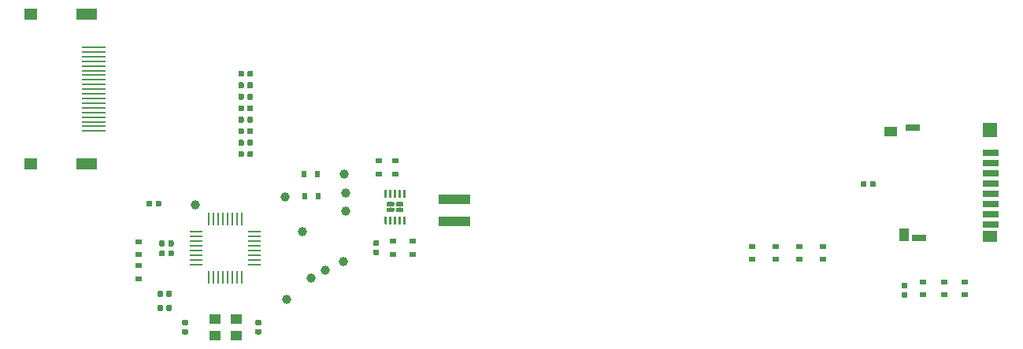
<source format=gbr>
G04 #@! TF.GenerationSoftware,KiCad,Pcbnew,5.0.2+dfsg1-1*
G04 #@! TF.CreationDate,2019-09-17T15:01:03+01:00*
G04 #@! TF.ProjectId,HDMI_SD_expansion,48444d49-5f53-4445-9f65-7870616e7369,rev?*
G04 #@! TF.SameCoordinates,Original*
G04 #@! TF.FileFunction,Paste,Top*
G04 #@! TF.FilePolarity,Positive*
%FSLAX46Y46*%
G04 Gerber Fmt 4.6, Leading zero omitted, Abs format (unit mm)*
G04 Created by KiCad (PCBNEW 5.0.2+dfsg1-1) date Tue 17 Sep 2019 15:01:03 BST*
%MOMM*%
%LPD*%
G01*
G04 APERTURE LIST*
%ADD10R,0.800000X0.600000*%
%ADD11R,2.600000X0.280000*%
%ADD12R,2.200000X1.300000*%
%ADD13R,1.400000X1.300000*%
%ADD14R,3.400000X1.000000*%
%ADD15C,1.000000*%
%ADD16C,0.100000*%
%ADD17C,0.590000*%
%ADD18R,0.600000X0.800000*%
%ADD19R,1.300000X1.100000*%
%ADD20R,0.270000X1.450000*%
%ADD21R,1.450000X0.270000*%
%ADD22C,0.250000*%
%ADD23C,0.480000*%
%ADD24R,1.500000X0.800000*%
%ADD25R,1.400000X1.000000*%
%ADD26R,1.000000X1.400000*%
%ADD27R,1.500000X1.500000*%
%ADD28R,1.500000X1.300000*%
%ADD29R,1.750000X0.700000*%
G04 APERTURE END LIST*
D10*
G04 #@! TO.C,C14*
X135081991Y-110817709D03*
X135081991Y-112217709D03*
G04 #@! TD*
D11*
G04 #@! TO.C,J4*
X102861241Y-94478709D03*
X102861241Y-94978709D03*
X102861241Y-95478709D03*
X102861241Y-95978709D03*
X102861241Y-96478709D03*
X102861241Y-96978709D03*
X102861241Y-97478709D03*
X102861241Y-97978709D03*
X102861241Y-98478709D03*
X102861241Y-98978709D03*
X102861241Y-93978709D03*
X102861241Y-93478709D03*
X102861241Y-92978709D03*
X102861241Y-92478709D03*
X102861241Y-91978709D03*
X102861241Y-91478709D03*
X102861241Y-90978709D03*
X102861241Y-90478709D03*
X102861241Y-89978709D03*
D12*
X102101241Y-102528709D03*
X102101241Y-86428709D03*
D13*
X96141241Y-86428709D03*
X96141241Y-102528709D03*
G04 #@! TD*
D10*
G04 #@! TO.C,D2*
X107738241Y-110881209D03*
X107738241Y-112281209D03*
G04 #@! TD*
G04 #@! TO.C,D1*
X107728000Y-113461500D03*
X107728000Y-114861500D03*
G04 #@! TD*
D14*
G04 #@! TO.C,L1*
X141643241Y-108713709D03*
X141643241Y-106343709D03*
G04 #@! TD*
D15*
G04 #@! TO.C,TP6*
X129772741Y-113029009D03*
G04 #@! TD*
G04 #@! TO.C,TP10*
X113834241Y-106933009D03*
G04 #@! TD*
G04 #@! TO.C,TP9*
X126280241Y-114807009D03*
G04 #@! TD*
G04 #@! TO.C,TP8*
X127804241Y-113930709D03*
G04 #@! TD*
G04 #@! TO.C,TP7*
X123676741Y-117042209D03*
G04 #@! TD*
G04 #@! TO.C,TP5*
X125327741Y-109790509D03*
G04 #@! TD*
G04 #@! TO.C,TP4*
X123486241Y-106044009D03*
G04 #@! TD*
D16*
G04 #@! TO.C,C15*
G36*
X110008199Y-106459419D02*
X110022517Y-106461543D01*
X110036558Y-106465060D01*
X110050187Y-106469937D01*
X110063272Y-106476126D01*
X110075688Y-106483567D01*
X110087314Y-106492190D01*
X110098039Y-106501911D01*
X110107760Y-106512636D01*
X110116383Y-106524262D01*
X110123824Y-106536678D01*
X110130013Y-106549763D01*
X110134890Y-106563392D01*
X110138407Y-106577433D01*
X110140531Y-106591751D01*
X110141241Y-106606209D01*
X110141241Y-106951209D01*
X110140531Y-106965667D01*
X110138407Y-106979985D01*
X110134890Y-106994026D01*
X110130013Y-107007655D01*
X110123824Y-107020740D01*
X110116383Y-107033156D01*
X110107760Y-107044782D01*
X110098039Y-107055507D01*
X110087314Y-107065228D01*
X110075688Y-107073851D01*
X110063272Y-107081292D01*
X110050187Y-107087481D01*
X110036558Y-107092358D01*
X110022517Y-107095875D01*
X110008199Y-107097999D01*
X109993741Y-107098709D01*
X109698741Y-107098709D01*
X109684283Y-107097999D01*
X109669965Y-107095875D01*
X109655924Y-107092358D01*
X109642295Y-107087481D01*
X109629210Y-107081292D01*
X109616794Y-107073851D01*
X109605168Y-107065228D01*
X109594443Y-107055507D01*
X109584722Y-107044782D01*
X109576099Y-107033156D01*
X109568658Y-107020740D01*
X109562469Y-107007655D01*
X109557592Y-106994026D01*
X109554075Y-106979985D01*
X109551951Y-106965667D01*
X109551241Y-106951209D01*
X109551241Y-106606209D01*
X109551951Y-106591751D01*
X109554075Y-106577433D01*
X109557592Y-106563392D01*
X109562469Y-106549763D01*
X109568658Y-106536678D01*
X109576099Y-106524262D01*
X109584722Y-106512636D01*
X109594443Y-106501911D01*
X109605168Y-106492190D01*
X109616794Y-106483567D01*
X109629210Y-106476126D01*
X109642295Y-106469937D01*
X109655924Y-106465060D01*
X109669965Y-106461543D01*
X109684283Y-106459419D01*
X109698741Y-106458709D01*
X109993741Y-106458709D01*
X110008199Y-106459419D01*
X110008199Y-106459419D01*
G37*
D17*
X109846241Y-106778709D03*
D16*
G36*
X109038199Y-106459419D02*
X109052517Y-106461543D01*
X109066558Y-106465060D01*
X109080187Y-106469937D01*
X109093272Y-106476126D01*
X109105688Y-106483567D01*
X109117314Y-106492190D01*
X109128039Y-106501911D01*
X109137760Y-106512636D01*
X109146383Y-106524262D01*
X109153824Y-106536678D01*
X109160013Y-106549763D01*
X109164890Y-106563392D01*
X109168407Y-106577433D01*
X109170531Y-106591751D01*
X109171241Y-106606209D01*
X109171241Y-106951209D01*
X109170531Y-106965667D01*
X109168407Y-106979985D01*
X109164890Y-106994026D01*
X109160013Y-107007655D01*
X109153824Y-107020740D01*
X109146383Y-107033156D01*
X109137760Y-107044782D01*
X109128039Y-107055507D01*
X109117314Y-107065228D01*
X109105688Y-107073851D01*
X109093272Y-107081292D01*
X109080187Y-107087481D01*
X109066558Y-107092358D01*
X109052517Y-107095875D01*
X109038199Y-107097999D01*
X109023741Y-107098709D01*
X108728741Y-107098709D01*
X108714283Y-107097999D01*
X108699965Y-107095875D01*
X108685924Y-107092358D01*
X108672295Y-107087481D01*
X108659210Y-107081292D01*
X108646794Y-107073851D01*
X108635168Y-107065228D01*
X108624443Y-107055507D01*
X108614722Y-107044782D01*
X108606099Y-107033156D01*
X108598658Y-107020740D01*
X108592469Y-107007655D01*
X108587592Y-106994026D01*
X108584075Y-106979985D01*
X108581951Y-106965667D01*
X108581241Y-106951209D01*
X108581241Y-106606209D01*
X108581951Y-106591751D01*
X108584075Y-106577433D01*
X108587592Y-106563392D01*
X108592469Y-106549763D01*
X108598658Y-106536678D01*
X108606099Y-106524262D01*
X108614722Y-106512636D01*
X108624443Y-106501911D01*
X108635168Y-106492190D01*
X108646794Y-106483567D01*
X108659210Y-106476126D01*
X108672295Y-106469937D01*
X108685924Y-106465060D01*
X108699965Y-106461543D01*
X108714283Y-106459419D01*
X108728741Y-106458709D01*
X109023741Y-106458709D01*
X109038199Y-106459419D01*
X109038199Y-106459419D01*
G37*
D17*
X108876241Y-106778709D03*
G04 #@! TD*
D16*
G04 #@! TO.C,C16*
G36*
X112898199Y-119279419D02*
X112912517Y-119281543D01*
X112926558Y-119285060D01*
X112940187Y-119289937D01*
X112953272Y-119296126D01*
X112965688Y-119303567D01*
X112977314Y-119312190D01*
X112988039Y-119321911D01*
X112997760Y-119332636D01*
X113006383Y-119344262D01*
X113013824Y-119356678D01*
X113020013Y-119369763D01*
X113024890Y-119383392D01*
X113028407Y-119397433D01*
X113030531Y-119411751D01*
X113031241Y-119426209D01*
X113031241Y-119721209D01*
X113030531Y-119735667D01*
X113028407Y-119749985D01*
X113024890Y-119764026D01*
X113020013Y-119777655D01*
X113013824Y-119790740D01*
X113006383Y-119803156D01*
X112997760Y-119814782D01*
X112988039Y-119825507D01*
X112977314Y-119835228D01*
X112965688Y-119843851D01*
X112953272Y-119851292D01*
X112940187Y-119857481D01*
X112926558Y-119862358D01*
X112912517Y-119865875D01*
X112898199Y-119867999D01*
X112883741Y-119868709D01*
X112538741Y-119868709D01*
X112524283Y-119867999D01*
X112509965Y-119865875D01*
X112495924Y-119862358D01*
X112482295Y-119857481D01*
X112469210Y-119851292D01*
X112456794Y-119843851D01*
X112445168Y-119835228D01*
X112434443Y-119825507D01*
X112424722Y-119814782D01*
X112416099Y-119803156D01*
X112408658Y-119790740D01*
X112402469Y-119777655D01*
X112397592Y-119764026D01*
X112394075Y-119749985D01*
X112391951Y-119735667D01*
X112391241Y-119721209D01*
X112391241Y-119426209D01*
X112391951Y-119411751D01*
X112394075Y-119397433D01*
X112397592Y-119383392D01*
X112402469Y-119369763D01*
X112408658Y-119356678D01*
X112416099Y-119344262D01*
X112424722Y-119332636D01*
X112434443Y-119321911D01*
X112445168Y-119312190D01*
X112456794Y-119303567D01*
X112469210Y-119296126D01*
X112482295Y-119289937D01*
X112495924Y-119285060D01*
X112509965Y-119281543D01*
X112524283Y-119279419D01*
X112538741Y-119278709D01*
X112883741Y-119278709D01*
X112898199Y-119279419D01*
X112898199Y-119279419D01*
G37*
D17*
X112711241Y-119573709D03*
D16*
G36*
X112898199Y-120249419D02*
X112912517Y-120251543D01*
X112926558Y-120255060D01*
X112940187Y-120259937D01*
X112953272Y-120266126D01*
X112965688Y-120273567D01*
X112977314Y-120282190D01*
X112988039Y-120291911D01*
X112997760Y-120302636D01*
X113006383Y-120314262D01*
X113013824Y-120326678D01*
X113020013Y-120339763D01*
X113024890Y-120353392D01*
X113028407Y-120367433D01*
X113030531Y-120381751D01*
X113031241Y-120396209D01*
X113031241Y-120691209D01*
X113030531Y-120705667D01*
X113028407Y-120719985D01*
X113024890Y-120734026D01*
X113020013Y-120747655D01*
X113013824Y-120760740D01*
X113006383Y-120773156D01*
X112997760Y-120784782D01*
X112988039Y-120795507D01*
X112977314Y-120805228D01*
X112965688Y-120813851D01*
X112953272Y-120821292D01*
X112940187Y-120827481D01*
X112926558Y-120832358D01*
X112912517Y-120835875D01*
X112898199Y-120837999D01*
X112883741Y-120838709D01*
X112538741Y-120838709D01*
X112524283Y-120837999D01*
X112509965Y-120835875D01*
X112495924Y-120832358D01*
X112482295Y-120827481D01*
X112469210Y-120821292D01*
X112456794Y-120813851D01*
X112445168Y-120805228D01*
X112434443Y-120795507D01*
X112424722Y-120784782D01*
X112416099Y-120773156D01*
X112408658Y-120760740D01*
X112402469Y-120747655D01*
X112397592Y-120734026D01*
X112394075Y-120719985D01*
X112391951Y-120705667D01*
X112391241Y-120691209D01*
X112391241Y-120396209D01*
X112391951Y-120381751D01*
X112394075Y-120367433D01*
X112397592Y-120353392D01*
X112402469Y-120339763D01*
X112408658Y-120326678D01*
X112416099Y-120314262D01*
X112424722Y-120302636D01*
X112434443Y-120291911D01*
X112445168Y-120282190D01*
X112456794Y-120273567D01*
X112469210Y-120266126D01*
X112482295Y-120259937D01*
X112495924Y-120255060D01*
X112509965Y-120251543D01*
X112524283Y-120249419D01*
X112538741Y-120248709D01*
X112883741Y-120248709D01*
X112898199Y-120249419D01*
X112898199Y-120249419D01*
G37*
D17*
X112711241Y-120543709D03*
G04 #@! TD*
D16*
G04 #@! TO.C,C17*
G36*
X120778199Y-120249419D02*
X120792517Y-120251543D01*
X120806558Y-120255060D01*
X120820187Y-120259937D01*
X120833272Y-120266126D01*
X120845688Y-120273567D01*
X120857314Y-120282190D01*
X120868039Y-120291911D01*
X120877760Y-120302636D01*
X120886383Y-120314262D01*
X120893824Y-120326678D01*
X120900013Y-120339763D01*
X120904890Y-120353392D01*
X120908407Y-120367433D01*
X120910531Y-120381751D01*
X120911241Y-120396209D01*
X120911241Y-120691209D01*
X120910531Y-120705667D01*
X120908407Y-120719985D01*
X120904890Y-120734026D01*
X120900013Y-120747655D01*
X120893824Y-120760740D01*
X120886383Y-120773156D01*
X120877760Y-120784782D01*
X120868039Y-120795507D01*
X120857314Y-120805228D01*
X120845688Y-120813851D01*
X120833272Y-120821292D01*
X120820187Y-120827481D01*
X120806558Y-120832358D01*
X120792517Y-120835875D01*
X120778199Y-120837999D01*
X120763741Y-120838709D01*
X120418741Y-120838709D01*
X120404283Y-120837999D01*
X120389965Y-120835875D01*
X120375924Y-120832358D01*
X120362295Y-120827481D01*
X120349210Y-120821292D01*
X120336794Y-120813851D01*
X120325168Y-120805228D01*
X120314443Y-120795507D01*
X120304722Y-120784782D01*
X120296099Y-120773156D01*
X120288658Y-120760740D01*
X120282469Y-120747655D01*
X120277592Y-120734026D01*
X120274075Y-120719985D01*
X120271951Y-120705667D01*
X120271241Y-120691209D01*
X120271241Y-120396209D01*
X120271951Y-120381751D01*
X120274075Y-120367433D01*
X120277592Y-120353392D01*
X120282469Y-120339763D01*
X120288658Y-120326678D01*
X120296099Y-120314262D01*
X120304722Y-120302636D01*
X120314443Y-120291911D01*
X120325168Y-120282190D01*
X120336794Y-120273567D01*
X120349210Y-120266126D01*
X120362295Y-120259937D01*
X120375924Y-120255060D01*
X120389965Y-120251543D01*
X120404283Y-120249419D01*
X120418741Y-120248709D01*
X120763741Y-120248709D01*
X120778199Y-120249419D01*
X120778199Y-120249419D01*
G37*
D17*
X120591241Y-120543709D03*
D16*
G36*
X120778199Y-119279419D02*
X120792517Y-119281543D01*
X120806558Y-119285060D01*
X120820187Y-119289937D01*
X120833272Y-119296126D01*
X120845688Y-119303567D01*
X120857314Y-119312190D01*
X120868039Y-119321911D01*
X120877760Y-119332636D01*
X120886383Y-119344262D01*
X120893824Y-119356678D01*
X120900013Y-119369763D01*
X120904890Y-119383392D01*
X120908407Y-119397433D01*
X120910531Y-119411751D01*
X120911241Y-119426209D01*
X120911241Y-119721209D01*
X120910531Y-119735667D01*
X120908407Y-119749985D01*
X120904890Y-119764026D01*
X120900013Y-119777655D01*
X120893824Y-119790740D01*
X120886383Y-119803156D01*
X120877760Y-119814782D01*
X120868039Y-119825507D01*
X120857314Y-119835228D01*
X120845688Y-119843851D01*
X120833272Y-119851292D01*
X120820187Y-119857481D01*
X120806558Y-119862358D01*
X120792517Y-119865875D01*
X120778199Y-119867999D01*
X120763741Y-119868709D01*
X120418741Y-119868709D01*
X120404283Y-119867999D01*
X120389965Y-119865875D01*
X120375924Y-119862358D01*
X120362295Y-119857481D01*
X120349210Y-119851292D01*
X120336794Y-119843851D01*
X120325168Y-119835228D01*
X120314443Y-119825507D01*
X120304722Y-119814782D01*
X120296099Y-119803156D01*
X120288658Y-119790740D01*
X120282469Y-119777655D01*
X120277592Y-119764026D01*
X120274075Y-119749985D01*
X120271951Y-119735667D01*
X120271241Y-119721209D01*
X120271241Y-119426209D01*
X120271951Y-119411751D01*
X120274075Y-119397433D01*
X120277592Y-119383392D01*
X120282469Y-119369763D01*
X120288658Y-119356678D01*
X120296099Y-119344262D01*
X120304722Y-119332636D01*
X120314443Y-119321911D01*
X120325168Y-119312190D01*
X120336794Y-119303567D01*
X120349210Y-119296126D01*
X120362295Y-119289937D01*
X120375924Y-119285060D01*
X120389965Y-119281543D01*
X120404283Y-119279419D01*
X120418741Y-119278709D01*
X120763741Y-119278709D01*
X120778199Y-119279419D01*
X120778199Y-119279419D01*
G37*
D17*
X120591241Y-119573709D03*
G04 #@! TD*
D16*
G04 #@! TO.C,C18*
G36*
X110201199Y-116149753D02*
X110215517Y-116151877D01*
X110229558Y-116155394D01*
X110243187Y-116160271D01*
X110256272Y-116166460D01*
X110268688Y-116173901D01*
X110280314Y-116182524D01*
X110291039Y-116192245D01*
X110300760Y-116202970D01*
X110309383Y-116214596D01*
X110316824Y-116227012D01*
X110323013Y-116240097D01*
X110327890Y-116253726D01*
X110331407Y-116267767D01*
X110333531Y-116282085D01*
X110334241Y-116296543D01*
X110334241Y-116641543D01*
X110333531Y-116656001D01*
X110331407Y-116670319D01*
X110327890Y-116684360D01*
X110323013Y-116697989D01*
X110316824Y-116711074D01*
X110309383Y-116723490D01*
X110300760Y-116735116D01*
X110291039Y-116745841D01*
X110280314Y-116755562D01*
X110268688Y-116764185D01*
X110256272Y-116771626D01*
X110243187Y-116777815D01*
X110229558Y-116782692D01*
X110215517Y-116786209D01*
X110201199Y-116788333D01*
X110186741Y-116789043D01*
X109891741Y-116789043D01*
X109877283Y-116788333D01*
X109862965Y-116786209D01*
X109848924Y-116782692D01*
X109835295Y-116777815D01*
X109822210Y-116771626D01*
X109809794Y-116764185D01*
X109798168Y-116755562D01*
X109787443Y-116745841D01*
X109777722Y-116735116D01*
X109769099Y-116723490D01*
X109761658Y-116711074D01*
X109755469Y-116697989D01*
X109750592Y-116684360D01*
X109747075Y-116670319D01*
X109744951Y-116656001D01*
X109744241Y-116641543D01*
X109744241Y-116296543D01*
X109744951Y-116282085D01*
X109747075Y-116267767D01*
X109750592Y-116253726D01*
X109755469Y-116240097D01*
X109761658Y-116227012D01*
X109769099Y-116214596D01*
X109777722Y-116202970D01*
X109787443Y-116192245D01*
X109798168Y-116182524D01*
X109809794Y-116173901D01*
X109822210Y-116166460D01*
X109835295Y-116160271D01*
X109848924Y-116155394D01*
X109862965Y-116151877D01*
X109877283Y-116149753D01*
X109891741Y-116149043D01*
X110186741Y-116149043D01*
X110201199Y-116149753D01*
X110201199Y-116149753D01*
G37*
D17*
X110039241Y-116469043D03*
D16*
G36*
X111171199Y-116149753D02*
X111185517Y-116151877D01*
X111199558Y-116155394D01*
X111213187Y-116160271D01*
X111226272Y-116166460D01*
X111238688Y-116173901D01*
X111250314Y-116182524D01*
X111261039Y-116192245D01*
X111270760Y-116202970D01*
X111279383Y-116214596D01*
X111286824Y-116227012D01*
X111293013Y-116240097D01*
X111297890Y-116253726D01*
X111301407Y-116267767D01*
X111303531Y-116282085D01*
X111304241Y-116296543D01*
X111304241Y-116641543D01*
X111303531Y-116656001D01*
X111301407Y-116670319D01*
X111297890Y-116684360D01*
X111293013Y-116697989D01*
X111286824Y-116711074D01*
X111279383Y-116723490D01*
X111270760Y-116735116D01*
X111261039Y-116745841D01*
X111250314Y-116755562D01*
X111238688Y-116764185D01*
X111226272Y-116771626D01*
X111213187Y-116777815D01*
X111199558Y-116782692D01*
X111185517Y-116786209D01*
X111171199Y-116788333D01*
X111156741Y-116789043D01*
X110861741Y-116789043D01*
X110847283Y-116788333D01*
X110832965Y-116786209D01*
X110818924Y-116782692D01*
X110805295Y-116777815D01*
X110792210Y-116771626D01*
X110779794Y-116764185D01*
X110768168Y-116755562D01*
X110757443Y-116745841D01*
X110747722Y-116735116D01*
X110739099Y-116723490D01*
X110731658Y-116711074D01*
X110725469Y-116697989D01*
X110720592Y-116684360D01*
X110717075Y-116670319D01*
X110714951Y-116656001D01*
X110714241Y-116641543D01*
X110714241Y-116296543D01*
X110714951Y-116282085D01*
X110717075Y-116267767D01*
X110720592Y-116253726D01*
X110725469Y-116240097D01*
X110731658Y-116227012D01*
X110739099Y-116214596D01*
X110747722Y-116202970D01*
X110757443Y-116192245D01*
X110768168Y-116182524D01*
X110779794Y-116173901D01*
X110792210Y-116166460D01*
X110805295Y-116160271D01*
X110818924Y-116155394D01*
X110832965Y-116151877D01*
X110847283Y-116149753D01*
X110861741Y-116149043D01*
X111156741Y-116149043D01*
X111171199Y-116149753D01*
X111171199Y-116149753D01*
G37*
D17*
X111009241Y-116469043D03*
G04 #@! TD*
D16*
G04 #@! TO.C,C19*
G36*
X110201199Y-117672919D02*
X110215517Y-117675043D01*
X110229558Y-117678560D01*
X110243187Y-117683437D01*
X110256272Y-117689626D01*
X110268688Y-117697067D01*
X110280314Y-117705690D01*
X110291039Y-117715411D01*
X110300760Y-117726136D01*
X110309383Y-117737762D01*
X110316824Y-117750178D01*
X110323013Y-117763263D01*
X110327890Y-117776892D01*
X110331407Y-117790933D01*
X110333531Y-117805251D01*
X110334241Y-117819709D01*
X110334241Y-118164709D01*
X110333531Y-118179167D01*
X110331407Y-118193485D01*
X110327890Y-118207526D01*
X110323013Y-118221155D01*
X110316824Y-118234240D01*
X110309383Y-118246656D01*
X110300760Y-118258282D01*
X110291039Y-118269007D01*
X110280314Y-118278728D01*
X110268688Y-118287351D01*
X110256272Y-118294792D01*
X110243187Y-118300981D01*
X110229558Y-118305858D01*
X110215517Y-118309375D01*
X110201199Y-118311499D01*
X110186741Y-118312209D01*
X109891741Y-118312209D01*
X109877283Y-118311499D01*
X109862965Y-118309375D01*
X109848924Y-118305858D01*
X109835295Y-118300981D01*
X109822210Y-118294792D01*
X109809794Y-118287351D01*
X109798168Y-118278728D01*
X109787443Y-118269007D01*
X109777722Y-118258282D01*
X109769099Y-118246656D01*
X109761658Y-118234240D01*
X109755469Y-118221155D01*
X109750592Y-118207526D01*
X109747075Y-118193485D01*
X109744951Y-118179167D01*
X109744241Y-118164709D01*
X109744241Y-117819709D01*
X109744951Y-117805251D01*
X109747075Y-117790933D01*
X109750592Y-117776892D01*
X109755469Y-117763263D01*
X109761658Y-117750178D01*
X109769099Y-117737762D01*
X109777722Y-117726136D01*
X109787443Y-117715411D01*
X109798168Y-117705690D01*
X109809794Y-117697067D01*
X109822210Y-117689626D01*
X109835295Y-117683437D01*
X109848924Y-117678560D01*
X109862965Y-117675043D01*
X109877283Y-117672919D01*
X109891741Y-117672209D01*
X110186741Y-117672209D01*
X110201199Y-117672919D01*
X110201199Y-117672919D01*
G37*
D17*
X110039241Y-117992209D03*
D16*
G36*
X111171199Y-117672919D02*
X111185517Y-117675043D01*
X111199558Y-117678560D01*
X111213187Y-117683437D01*
X111226272Y-117689626D01*
X111238688Y-117697067D01*
X111250314Y-117705690D01*
X111261039Y-117715411D01*
X111270760Y-117726136D01*
X111279383Y-117737762D01*
X111286824Y-117750178D01*
X111293013Y-117763263D01*
X111297890Y-117776892D01*
X111301407Y-117790933D01*
X111303531Y-117805251D01*
X111304241Y-117819709D01*
X111304241Y-118164709D01*
X111303531Y-118179167D01*
X111301407Y-118193485D01*
X111297890Y-118207526D01*
X111293013Y-118221155D01*
X111286824Y-118234240D01*
X111279383Y-118246656D01*
X111270760Y-118258282D01*
X111261039Y-118269007D01*
X111250314Y-118278728D01*
X111238688Y-118287351D01*
X111226272Y-118294792D01*
X111213187Y-118300981D01*
X111199558Y-118305858D01*
X111185517Y-118309375D01*
X111171199Y-118311499D01*
X111156741Y-118312209D01*
X110861741Y-118312209D01*
X110847283Y-118311499D01*
X110832965Y-118309375D01*
X110818924Y-118305858D01*
X110805295Y-118300981D01*
X110792210Y-118294792D01*
X110779794Y-118287351D01*
X110768168Y-118278728D01*
X110757443Y-118269007D01*
X110747722Y-118258282D01*
X110739099Y-118246656D01*
X110731658Y-118234240D01*
X110725469Y-118221155D01*
X110720592Y-118207526D01*
X110717075Y-118193485D01*
X110714951Y-118179167D01*
X110714241Y-118164709D01*
X110714241Y-117819709D01*
X110714951Y-117805251D01*
X110717075Y-117790933D01*
X110720592Y-117776892D01*
X110725469Y-117763263D01*
X110731658Y-117750178D01*
X110739099Y-117737762D01*
X110747722Y-117726136D01*
X110757443Y-117715411D01*
X110768168Y-117705690D01*
X110779794Y-117697067D01*
X110792210Y-117689626D01*
X110805295Y-117683437D01*
X110818924Y-117678560D01*
X110832965Y-117675043D01*
X110847283Y-117672919D01*
X110861741Y-117672209D01*
X111156741Y-117672209D01*
X111171199Y-117672919D01*
X111171199Y-117672919D01*
G37*
D17*
X111009241Y-117992209D03*
G04 #@! TD*
D16*
G04 #@! TO.C,C11*
G36*
X133452199Y-111708419D02*
X133466517Y-111710543D01*
X133480558Y-111714060D01*
X133494187Y-111718937D01*
X133507272Y-111725126D01*
X133519688Y-111732567D01*
X133531314Y-111741190D01*
X133542039Y-111750911D01*
X133551760Y-111761636D01*
X133560383Y-111773262D01*
X133567824Y-111785678D01*
X133574013Y-111798763D01*
X133578890Y-111812392D01*
X133582407Y-111826433D01*
X133584531Y-111840751D01*
X133585241Y-111855209D01*
X133585241Y-112150209D01*
X133584531Y-112164667D01*
X133582407Y-112178985D01*
X133578890Y-112193026D01*
X133574013Y-112206655D01*
X133567824Y-112219740D01*
X133560383Y-112232156D01*
X133551760Y-112243782D01*
X133542039Y-112254507D01*
X133531314Y-112264228D01*
X133519688Y-112272851D01*
X133507272Y-112280292D01*
X133494187Y-112286481D01*
X133480558Y-112291358D01*
X133466517Y-112294875D01*
X133452199Y-112296999D01*
X133437741Y-112297709D01*
X133092741Y-112297709D01*
X133078283Y-112296999D01*
X133063965Y-112294875D01*
X133049924Y-112291358D01*
X133036295Y-112286481D01*
X133023210Y-112280292D01*
X133010794Y-112272851D01*
X132999168Y-112264228D01*
X132988443Y-112254507D01*
X132978722Y-112243782D01*
X132970099Y-112232156D01*
X132962658Y-112219740D01*
X132956469Y-112206655D01*
X132951592Y-112193026D01*
X132948075Y-112178985D01*
X132945951Y-112164667D01*
X132945241Y-112150209D01*
X132945241Y-111855209D01*
X132945951Y-111840751D01*
X132948075Y-111826433D01*
X132951592Y-111812392D01*
X132956469Y-111798763D01*
X132962658Y-111785678D01*
X132970099Y-111773262D01*
X132978722Y-111761636D01*
X132988443Y-111750911D01*
X132999168Y-111741190D01*
X133010794Y-111732567D01*
X133023210Y-111725126D01*
X133036295Y-111718937D01*
X133049924Y-111714060D01*
X133063965Y-111710543D01*
X133078283Y-111708419D01*
X133092741Y-111707709D01*
X133437741Y-111707709D01*
X133452199Y-111708419D01*
X133452199Y-111708419D01*
G37*
D17*
X133265241Y-112002709D03*
D16*
G36*
X133452199Y-110738419D02*
X133466517Y-110740543D01*
X133480558Y-110744060D01*
X133494187Y-110748937D01*
X133507272Y-110755126D01*
X133519688Y-110762567D01*
X133531314Y-110771190D01*
X133542039Y-110780911D01*
X133551760Y-110791636D01*
X133560383Y-110803262D01*
X133567824Y-110815678D01*
X133574013Y-110828763D01*
X133578890Y-110842392D01*
X133582407Y-110856433D01*
X133584531Y-110870751D01*
X133585241Y-110885209D01*
X133585241Y-111180209D01*
X133584531Y-111194667D01*
X133582407Y-111208985D01*
X133578890Y-111223026D01*
X133574013Y-111236655D01*
X133567824Y-111249740D01*
X133560383Y-111262156D01*
X133551760Y-111273782D01*
X133542039Y-111284507D01*
X133531314Y-111294228D01*
X133519688Y-111302851D01*
X133507272Y-111310292D01*
X133494187Y-111316481D01*
X133480558Y-111321358D01*
X133466517Y-111324875D01*
X133452199Y-111326999D01*
X133437741Y-111327709D01*
X133092741Y-111327709D01*
X133078283Y-111326999D01*
X133063965Y-111324875D01*
X133049924Y-111321358D01*
X133036295Y-111316481D01*
X133023210Y-111310292D01*
X133010794Y-111302851D01*
X132999168Y-111294228D01*
X132988443Y-111284507D01*
X132978722Y-111273782D01*
X132970099Y-111262156D01*
X132962658Y-111249740D01*
X132956469Y-111236655D01*
X132951592Y-111223026D01*
X132948075Y-111208985D01*
X132945951Y-111194667D01*
X132945241Y-111180209D01*
X132945241Y-110885209D01*
X132945951Y-110870751D01*
X132948075Y-110856433D01*
X132951592Y-110842392D01*
X132956469Y-110828763D01*
X132962658Y-110815678D01*
X132970099Y-110803262D01*
X132978722Y-110791636D01*
X132988443Y-110780911D01*
X132999168Y-110771190D01*
X133010794Y-110762567D01*
X133023210Y-110755126D01*
X133036295Y-110748937D01*
X133049924Y-110744060D01*
X133063965Y-110740543D01*
X133078283Y-110738419D01*
X133092741Y-110737709D01*
X133437741Y-110737709D01*
X133452199Y-110738419D01*
X133452199Y-110738419D01*
G37*
D17*
X133265241Y-111032709D03*
G04 #@! TD*
D16*
G04 #@! TO.C,R10*
G36*
X110389458Y-111810210D02*
X110403776Y-111812334D01*
X110417817Y-111815851D01*
X110431446Y-111820728D01*
X110444531Y-111826917D01*
X110456947Y-111834358D01*
X110468573Y-111842981D01*
X110479298Y-111852702D01*
X110489019Y-111863427D01*
X110497642Y-111875053D01*
X110505083Y-111887469D01*
X110511272Y-111900554D01*
X110516149Y-111914183D01*
X110519666Y-111928224D01*
X110521790Y-111942542D01*
X110522500Y-111957000D01*
X110522500Y-112302000D01*
X110521790Y-112316458D01*
X110519666Y-112330776D01*
X110516149Y-112344817D01*
X110511272Y-112358446D01*
X110505083Y-112371531D01*
X110497642Y-112383947D01*
X110489019Y-112395573D01*
X110479298Y-112406298D01*
X110468573Y-112416019D01*
X110456947Y-112424642D01*
X110444531Y-112432083D01*
X110431446Y-112438272D01*
X110417817Y-112443149D01*
X110403776Y-112446666D01*
X110389458Y-112448790D01*
X110375000Y-112449500D01*
X110080000Y-112449500D01*
X110065542Y-112448790D01*
X110051224Y-112446666D01*
X110037183Y-112443149D01*
X110023554Y-112438272D01*
X110010469Y-112432083D01*
X109998053Y-112424642D01*
X109986427Y-112416019D01*
X109975702Y-112406298D01*
X109965981Y-112395573D01*
X109957358Y-112383947D01*
X109949917Y-112371531D01*
X109943728Y-112358446D01*
X109938851Y-112344817D01*
X109935334Y-112330776D01*
X109933210Y-112316458D01*
X109932500Y-112302000D01*
X109932500Y-111957000D01*
X109933210Y-111942542D01*
X109935334Y-111928224D01*
X109938851Y-111914183D01*
X109943728Y-111900554D01*
X109949917Y-111887469D01*
X109957358Y-111875053D01*
X109965981Y-111863427D01*
X109975702Y-111852702D01*
X109986427Y-111842981D01*
X109998053Y-111834358D01*
X110010469Y-111826917D01*
X110023554Y-111820728D01*
X110037183Y-111815851D01*
X110051224Y-111812334D01*
X110065542Y-111810210D01*
X110080000Y-111809500D01*
X110375000Y-111809500D01*
X110389458Y-111810210D01*
X110389458Y-111810210D01*
G37*
D17*
X110227500Y-112129500D03*
D16*
G36*
X111359458Y-111810210D02*
X111373776Y-111812334D01*
X111387817Y-111815851D01*
X111401446Y-111820728D01*
X111414531Y-111826917D01*
X111426947Y-111834358D01*
X111438573Y-111842981D01*
X111449298Y-111852702D01*
X111459019Y-111863427D01*
X111467642Y-111875053D01*
X111475083Y-111887469D01*
X111481272Y-111900554D01*
X111486149Y-111914183D01*
X111489666Y-111928224D01*
X111491790Y-111942542D01*
X111492500Y-111957000D01*
X111492500Y-112302000D01*
X111491790Y-112316458D01*
X111489666Y-112330776D01*
X111486149Y-112344817D01*
X111481272Y-112358446D01*
X111475083Y-112371531D01*
X111467642Y-112383947D01*
X111459019Y-112395573D01*
X111449298Y-112406298D01*
X111438573Y-112416019D01*
X111426947Y-112424642D01*
X111414531Y-112432083D01*
X111401446Y-112438272D01*
X111387817Y-112443149D01*
X111373776Y-112446666D01*
X111359458Y-112448790D01*
X111345000Y-112449500D01*
X111050000Y-112449500D01*
X111035542Y-112448790D01*
X111021224Y-112446666D01*
X111007183Y-112443149D01*
X110993554Y-112438272D01*
X110980469Y-112432083D01*
X110968053Y-112424642D01*
X110956427Y-112416019D01*
X110945702Y-112406298D01*
X110935981Y-112395573D01*
X110927358Y-112383947D01*
X110919917Y-112371531D01*
X110913728Y-112358446D01*
X110908851Y-112344817D01*
X110905334Y-112330776D01*
X110903210Y-112316458D01*
X110902500Y-112302000D01*
X110902500Y-111957000D01*
X110903210Y-111942542D01*
X110905334Y-111928224D01*
X110908851Y-111914183D01*
X110913728Y-111900554D01*
X110919917Y-111887469D01*
X110927358Y-111875053D01*
X110935981Y-111863427D01*
X110945702Y-111852702D01*
X110956427Y-111842981D01*
X110968053Y-111834358D01*
X110980469Y-111826917D01*
X110993554Y-111820728D01*
X111007183Y-111815851D01*
X111021224Y-111812334D01*
X111035542Y-111810210D01*
X111050000Y-111809500D01*
X111345000Y-111809500D01*
X111359458Y-111810210D01*
X111359458Y-111810210D01*
G37*
D17*
X111197500Y-112129500D03*
G04 #@! TD*
D16*
G04 #@! TO.C,R9*
G36*
X110389458Y-110730710D02*
X110403776Y-110732834D01*
X110417817Y-110736351D01*
X110431446Y-110741228D01*
X110444531Y-110747417D01*
X110456947Y-110754858D01*
X110468573Y-110763481D01*
X110479298Y-110773202D01*
X110489019Y-110783927D01*
X110497642Y-110795553D01*
X110505083Y-110807969D01*
X110511272Y-110821054D01*
X110516149Y-110834683D01*
X110519666Y-110848724D01*
X110521790Y-110863042D01*
X110522500Y-110877500D01*
X110522500Y-111222500D01*
X110521790Y-111236958D01*
X110519666Y-111251276D01*
X110516149Y-111265317D01*
X110511272Y-111278946D01*
X110505083Y-111292031D01*
X110497642Y-111304447D01*
X110489019Y-111316073D01*
X110479298Y-111326798D01*
X110468573Y-111336519D01*
X110456947Y-111345142D01*
X110444531Y-111352583D01*
X110431446Y-111358772D01*
X110417817Y-111363649D01*
X110403776Y-111367166D01*
X110389458Y-111369290D01*
X110375000Y-111370000D01*
X110080000Y-111370000D01*
X110065542Y-111369290D01*
X110051224Y-111367166D01*
X110037183Y-111363649D01*
X110023554Y-111358772D01*
X110010469Y-111352583D01*
X109998053Y-111345142D01*
X109986427Y-111336519D01*
X109975702Y-111326798D01*
X109965981Y-111316073D01*
X109957358Y-111304447D01*
X109949917Y-111292031D01*
X109943728Y-111278946D01*
X109938851Y-111265317D01*
X109935334Y-111251276D01*
X109933210Y-111236958D01*
X109932500Y-111222500D01*
X109932500Y-110877500D01*
X109933210Y-110863042D01*
X109935334Y-110848724D01*
X109938851Y-110834683D01*
X109943728Y-110821054D01*
X109949917Y-110807969D01*
X109957358Y-110795553D01*
X109965981Y-110783927D01*
X109975702Y-110773202D01*
X109986427Y-110763481D01*
X109998053Y-110754858D01*
X110010469Y-110747417D01*
X110023554Y-110741228D01*
X110037183Y-110736351D01*
X110051224Y-110732834D01*
X110065542Y-110730710D01*
X110080000Y-110730000D01*
X110375000Y-110730000D01*
X110389458Y-110730710D01*
X110389458Y-110730710D01*
G37*
D17*
X110227500Y-111050000D03*
D16*
G36*
X111359458Y-110730710D02*
X111373776Y-110732834D01*
X111387817Y-110736351D01*
X111401446Y-110741228D01*
X111414531Y-110747417D01*
X111426947Y-110754858D01*
X111438573Y-110763481D01*
X111449298Y-110773202D01*
X111459019Y-110783927D01*
X111467642Y-110795553D01*
X111475083Y-110807969D01*
X111481272Y-110821054D01*
X111486149Y-110834683D01*
X111489666Y-110848724D01*
X111491790Y-110863042D01*
X111492500Y-110877500D01*
X111492500Y-111222500D01*
X111491790Y-111236958D01*
X111489666Y-111251276D01*
X111486149Y-111265317D01*
X111481272Y-111278946D01*
X111475083Y-111292031D01*
X111467642Y-111304447D01*
X111459019Y-111316073D01*
X111449298Y-111326798D01*
X111438573Y-111336519D01*
X111426947Y-111345142D01*
X111414531Y-111352583D01*
X111401446Y-111358772D01*
X111387817Y-111363649D01*
X111373776Y-111367166D01*
X111359458Y-111369290D01*
X111345000Y-111370000D01*
X111050000Y-111370000D01*
X111035542Y-111369290D01*
X111021224Y-111367166D01*
X111007183Y-111363649D01*
X110993554Y-111358772D01*
X110980469Y-111352583D01*
X110968053Y-111345142D01*
X110956427Y-111336519D01*
X110945702Y-111326798D01*
X110935981Y-111316073D01*
X110927358Y-111304447D01*
X110919917Y-111292031D01*
X110913728Y-111278946D01*
X110908851Y-111265317D01*
X110905334Y-111251276D01*
X110903210Y-111236958D01*
X110902500Y-111222500D01*
X110902500Y-110877500D01*
X110903210Y-110863042D01*
X110905334Y-110848724D01*
X110908851Y-110834683D01*
X110913728Y-110821054D01*
X110919917Y-110807969D01*
X110927358Y-110795553D01*
X110935981Y-110783927D01*
X110945702Y-110773202D01*
X110956427Y-110763481D01*
X110968053Y-110754858D01*
X110980469Y-110747417D01*
X110993554Y-110741228D01*
X111007183Y-110736351D01*
X111021224Y-110732834D01*
X111035542Y-110730710D01*
X111050000Y-110730000D01*
X111345000Y-110730000D01*
X111359458Y-110730710D01*
X111359458Y-110730710D01*
G37*
D17*
X111197500Y-111050000D03*
G04 #@! TD*
D10*
G04 #@! TO.C,C10*
X137202241Y-110817709D03*
X137202241Y-112217709D03*
G04 #@! TD*
G04 #@! TO.C,C12*
X135353241Y-103578709D03*
X135353241Y-102178709D03*
G04 #@! TD*
G04 #@! TO.C,C13*
X133533241Y-103578709D03*
X133533241Y-102178709D03*
G04 #@! TD*
D18*
G04 #@! TO.C,R8*
X125511241Y-103580209D03*
X126911241Y-103580209D03*
G04 #@! TD*
G04 #@! TO.C,R11*
X127028241Y-106019209D03*
X125628241Y-106019209D03*
G04 #@! TD*
D19*
G04 #@! TO.C,Y1*
X118213741Y-120958709D03*
X118213741Y-119158709D03*
X115913741Y-120958709D03*
X115913741Y-119158709D03*
G04 #@! TD*
D20*
G04 #@! TO.C,U2*
X118791241Y-114728709D03*
X118291241Y-114728709D03*
X117791241Y-114728709D03*
X117291241Y-114728709D03*
X116791241Y-114728709D03*
X116291241Y-114728709D03*
X115791241Y-114728709D03*
X115291241Y-114728709D03*
D21*
X113881241Y-113318709D03*
X113881241Y-112818709D03*
X113881241Y-112318709D03*
X113881241Y-111818709D03*
X113881241Y-111318709D03*
X113881241Y-110818709D03*
X113881241Y-110318709D03*
X113881241Y-109818709D03*
D20*
X115291241Y-108408709D03*
X115791241Y-108408709D03*
X116291241Y-108408709D03*
X116791241Y-108408709D03*
X117291241Y-108408709D03*
X117791241Y-108408709D03*
X118291241Y-108408709D03*
X118791241Y-108408709D03*
D21*
X120201241Y-109818709D03*
X120201241Y-110318709D03*
X120201241Y-110818709D03*
X120201241Y-111318709D03*
X120201241Y-111818709D03*
X120201241Y-112318709D03*
X120201241Y-112818709D03*
X120201241Y-113318709D03*
G04 #@! TD*
D15*
G04 #@! TO.C,TP1*
X129963241Y-107580709D03*
G04 #@! TD*
G04 #@! TO.C,TP2*
X129963241Y-105675709D03*
G04 #@! TD*
G04 #@! TO.C,TP3*
X129836241Y-103580209D03*
G04 #@! TD*
D16*
G04 #@! TO.C,U1*
G36*
X135371867Y-105274010D02*
X135377934Y-105274910D01*
X135383884Y-105276400D01*
X135389659Y-105278467D01*
X135395203Y-105281089D01*
X135400464Y-105284242D01*
X135405391Y-105287896D01*
X135409935Y-105292015D01*
X135414054Y-105296559D01*
X135417708Y-105301486D01*
X135420861Y-105306747D01*
X135423483Y-105312291D01*
X135425550Y-105318066D01*
X135427040Y-105324016D01*
X135427940Y-105330083D01*
X135428241Y-105336209D01*
X135428241Y-106086209D01*
X135427940Y-106092335D01*
X135427040Y-106098402D01*
X135425550Y-106104352D01*
X135423483Y-106110127D01*
X135420861Y-106115671D01*
X135417708Y-106120932D01*
X135414054Y-106125859D01*
X135409935Y-106130403D01*
X135405391Y-106134522D01*
X135400464Y-106138176D01*
X135395203Y-106141329D01*
X135389659Y-106143951D01*
X135383884Y-106146018D01*
X135377934Y-106147508D01*
X135371867Y-106148408D01*
X135365741Y-106148709D01*
X135240741Y-106148709D01*
X135234615Y-106148408D01*
X135228548Y-106147508D01*
X135222598Y-106146018D01*
X135216823Y-106143951D01*
X135211279Y-106141329D01*
X135206018Y-106138176D01*
X135201091Y-106134522D01*
X135196547Y-106130403D01*
X135192428Y-106125859D01*
X135188774Y-106120932D01*
X135185621Y-106115671D01*
X135182999Y-106110127D01*
X135180932Y-106104352D01*
X135179442Y-106098402D01*
X135178542Y-106092335D01*
X135178241Y-106086209D01*
X135178241Y-105336209D01*
X135178542Y-105330083D01*
X135179442Y-105324016D01*
X135180932Y-105318066D01*
X135182999Y-105312291D01*
X135185621Y-105306747D01*
X135188774Y-105301486D01*
X135192428Y-105296559D01*
X135196547Y-105292015D01*
X135201091Y-105287896D01*
X135206018Y-105284242D01*
X135211279Y-105281089D01*
X135216823Y-105278467D01*
X135222598Y-105276400D01*
X135228548Y-105274910D01*
X135234615Y-105274010D01*
X135240741Y-105273709D01*
X135365741Y-105273709D01*
X135371867Y-105274010D01*
X135371867Y-105274010D01*
G37*
D22*
X135303241Y-105711209D03*
D16*
G36*
X135871867Y-105274010D02*
X135877934Y-105274910D01*
X135883884Y-105276400D01*
X135889659Y-105278467D01*
X135895203Y-105281089D01*
X135900464Y-105284242D01*
X135905391Y-105287896D01*
X135909935Y-105292015D01*
X135914054Y-105296559D01*
X135917708Y-105301486D01*
X135920861Y-105306747D01*
X135923483Y-105312291D01*
X135925550Y-105318066D01*
X135927040Y-105324016D01*
X135927940Y-105330083D01*
X135928241Y-105336209D01*
X135928241Y-106086209D01*
X135927940Y-106092335D01*
X135927040Y-106098402D01*
X135925550Y-106104352D01*
X135923483Y-106110127D01*
X135920861Y-106115671D01*
X135917708Y-106120932D01*
X135914054Y-106125859D01*
X135909935Y-106130403D01*
X135905391Y-106134522D01*
X135900464Y-106138176D01*
X135895203Y-106141329D01*
X135889659Y-106143951D01*
X135883884Y-106146018D01*
X135877934Y-106147508D01*
X135871867Y-106148408D01*
X135865741Y-106148709D01*
X135740741Y-106148709D01*
X135734615Y-106148408D01*
X135728548Y-106147508D01*
X135722598Y-106146018D01*
X135716823Y-106143951D01*
X135711279Y-106141329D01*
X135706018Y-106138176D01*
X135701091Y-106134522D01*
X135696547Y-106130403D01*
X135692428Y-106125859D01*
X135688774Y-106120932D01*
X135685621Y-106115671D01*
X135682999Y-106110127D01*
X135680932Y-106104352D01*
X135679442Y-106098402D01*
X135678542Y-106092335D01*
X135678241Y-106086209D01*
X135678241Y-105336209D01*
X135678542Y-105330083D01*
X135679442Y-105324016D01*
X135680932Y-105318066D01*
X135682999Y-105312291D01*
X135685621Y-105306747D01*
X135688774Y-105301486D01*
X135692428Y-105296559D01*
X135696547Y-105292015D01*
X135701091Y-105287896D01*
X135706018Y-105284242D01*
X135711279Y-105281089D01*
X135716823Y-105278467D01*
X135722598Y-105276400D01*
X135728548Y-105274910D01*
X135734615Y-105274010D01*
X135740741Y-105273709D01*
X135865741Y-105273709D01*
X135871867Y-105274010D01*
X135871867Y-105274010D01*
G37*
D22*
X135803241Y-105711209D03*
D16*
G36*
X136371867Y-105274010D02*
X136377934Y-105274910D01*
X136383884Y-105276400D01*
X136389659Y-105278467D01*
X136395203Y-105281089D01*
X136400464Y-105284242D01*
X136405391Y-105287896D01*
X136409935Y-105292015D01*
X136414054Y-105296559D01*
X136417708Y-105301486D01*
X136420861Y-105306747D01*
X136423483Y-105312291D01*
X136425550Y-105318066D01*
X136427040Y-105324016D01*
X136427940Y-105330083D01*
X136428241Y-105336209D01*
X136428241Y-106086209D01*
X136427940Y-106092335D01*
X136427040Y-106098402D01*
X136425550Y-106104352D01*
X136423483Y-106110127D01*
X136420861Y-106115671D01*
X136417708Y-106120932D01*
X136414054Y-106125859D01*
X136409935Y-106130403D01*
X136405391Y-106134522D01*
X136400464Y-106138176D01*
X136395203Y-106141329D01*
X136389659Y-106143951D01*
X136383884Y-106146018D01*
X136377934Y-106147508D01*
X136371867Y-106148408D01*
X136365741Y-106148709D01*
X136240741Y-106148709D01*
X136234615Y-106148408D01*
X136228548Y-106147508D01*
X136222598Y-106146018D01*
X136216823Y-106143951D01*
X136211279Y-106141329D01*
X136206018Y-106138176D01*
X136201091Y-106134522D01*
X136196547Y-106130403D01*
X136192428Y-106125859D01*
X136188774Y-106120932D01*
X136185621Y-106115671D01*
X136182999Y-106110127D01*
X136180932Y-106104352D01*
X136179442Y-106098402D01*
X136178542Y-106092335D01*
X136178241Y-106086209D01*
X136178241Y-105336209D01*
X136178542Y-105330083D01*
X136179442Y-105324016D01*
X136180932Y-105318066D01*
X136182999Y-105312291D01*
X136185621Y-105306747D01*
X136188774Y-105301486D01*
X136192428Y-105296559D01*
X136196547Y-105292015D01*
X136201091Y-105287896D01*
X136206018Y-105284242D01*
X136211279Y-105281089D01*
X136216823Y-105278467D01*
X136222598Y-105276400D01*
X136228548Y-105274910D01*
X136234615Y-105274010D01*
X136240741Y-105273709D01*
X136365741Y-105273709D01*
X136371867Y-105274010D01*
X136371867Y-105274010D01*
G37*
D22*
X136303241Y-105711209D03*
D16*
G36*
X135100003Y-107209287D02*
X135111652Y-107211015D01*
X135123075Y-107213876D01*
X135134163Y-107217843D01*
X135144809Y-107222878D01*
X135154909Y-107228933D01*
X135164368Y-107235948D01*
X135173094Y-107243856D01*
X135181002Y-107252582D01*
X135188017Y-107262041D01*
X135194072Y-107272141D01*
X135199107Y-107282787D01*
X135203074Y-107293875D01*
X135205935Y-107305298D01*
X135207663Y-107316947D01*
X135208241Y-107328709D01*
X135208241Y-107568709D01*
X135207663Y-107580471D01*
X135205935Y-107592120D01*
X135203074Y-107603543D01*
X135199107Y-107614631D01*
X135194072Y-107625277D01*
X135188017Y-107635377D01*
X135181002Y-107644836D01*
X135173094Y-107653562D01*
X135164368Y-107661470D01*
X135154909Y-107668485D01*
X135144809Y-107674540D01*
X135134163Y-107679575D01*
X135123075Y-107683542D01*
X135111652Y-107686403D01*
X135100003Y-107688131D01*
X135088241Y-107688709D01*
X134518241Y-107688709D01*
X134506479Y-107688131D01*
X134494830Y-107686403D01*
X134483407Y-107683542D01*
X134472319Y-107679575D01*
X134461673Y-107674540D01*
X134451573Y-107668485D01*
X134442114Y-107661470D01*
X134433388Y-107653562D01*
X134425480Y-107644836D01*
X134418465Y-107635377D01*
X134412410Y-107625277D01*
X134407375Y-107614631D01*
X134403408Y-107603543D01*
X134400547Y-107592120D01*
X134398819Y-107580471D01*
X134398241Y-107568709D01*
X134398241Y-107328709D01*
X134398819Y-107316947D01*
X134400547Y-107305298D01*
X134403408Y-107293875D01*
X134407375Y-107282787D01*
X134412410Y-107272141D01*
X134418465Y-107262041D01*
X134425480Y-107252582D01*
X134433388Y-107243856D01*
X134442114Y-107235948D01*
X134451573Y-107228933D01*
X134461673Y-107222878D01*
X134472319Y-107217843D01*
X134483407Y-107213876D01*
X134494830Y-107211015D01*
X134506479Y-107209287D01*
X134518241Y-107208709D01*
X135088241Y-107208709D01*
X135100003Y-107209287D01*
X135100003Y-107209287D01*
G37*
D23*
X134803241Y-107448709D03*
D16*
G36*
X136100003Y-106609287D02*
X136111652Y-106611015D01*
X136123075Y-106613876D01*
X136134163Y-106617843D01*
X136144809Y-106622878D01*
X136154909Y-106628933D01*
X136164368Y-106635948D01*
X136173094Y-106643856D01*
X136181002Y-106652582D01*
X136188017Y-106662041D01*
X136194072Y-106672141D01*
X136199107Y-106682787D01*
X136203074Y-106693875D01*
X136205935Y-106705298D01*
X136207663Y-106716947D01*
X136208241Y-106728709D01*
X136208241Y-106968709D01*
X136207663Y-106980471D01*
X136205935Y-106992120D01*
X136203074Y-107003543D01*
X136199107Y-107014631D01*
X136194072Y-107025277D01*
X136188017Y-107035377D01*
X136181002Y-107044836D01*
X136173094Y-107053562D01*
X136164368Y-107061470D01*
X136154909Y-107068485D01*
X136144809Y-107074540D01*
X136134163Y-107079575D01*
X136123075Y-107083542D01*
X136111652Y-107086403D01*
X136100003Y-107088131D01*
X136088241Y-107088709D01*
X135518241Y-107088709D01*
X135506479Y-107088131D01*
X135494830Y-107086403D01*
X135483407Y-107083542D01*
X135472319Y-107079575D01*
X135461673Y-107074540D01*
X135451573Y-107068485D01*
X135442114Y-107061470D01*
X135433388Y-107053562D01*
X135425480Y-107044836D01*
X135418465Y-107035377D01*
X135412410Y-107025277D01*
X135407375Y-107014631D01*
X135403408Y-107003543D01*
X135400547Y-106992120D01*
X135398819Y-106980471D01*
X135398241Y-106968709D01*
X135398241Y-106728709D01*
X135398819Y-106716947D01*
X135400547Y-106705298D01*
X135403408Y-106693875D01*
X135407375Y-106682787D01*
X135412410Y-106672141D01*
X135418465Y-106662041D01*
X135425480Y-106652582D01*
X135433388Y-106643856D01*
X135442114Y-106635948D01*
X135451573Y-106628933D01*
X135461673Y-106622878D01*
X135472319Y-106617843D01*
X135483407Y-106613876D01*
X135494830Y-106611015D01*
X135506479Y-106609287D01*
X135518241Y-106608709D01*
X136088241Y-106608709D01*
X136100003Y-106609287D01*
X136100003Y-106609287D01*
G37*
D23*
X135803241Y-106848709D03*
D16*
G36*
X134371867Y-105274010D02*
X134377934Y-105274910D01*
X134383884Y-105276400D01*
X134389659Y-105278467D01*
X134395203Y-105281089D01*
X134400464Y-105284242D01*
X134405391Y-105287896D01*
X134409935Y-105292015D01*
X134414054Y-105296559D01*
X134417708Y-105301486D01*
X134420861Y-105306747D01*
X134423483Y-105312291D01*
X134425550Y-105318066D01*
X134427040Y-105324016D01*
X134427940Y-105330083D01*
X134428241Y-105336209D01*
X134428241Y-106086209D01*
X134427940Y-106092335D01*
X134427040Y-106098402D01*
X134425550Y-106104352D01*
X134423483Y-106110127D01*
X134420861Y-106115671D01*
X134417708Y-106120932D01*
X134414054Y-106125859D01*
X134409935Y-106130403D01*
X134405391Y-106134522D01*
X134400464Y-106138176D01*
X134395203Y-106141329D01*
X134389659Y-106143951D01*
X134383884Y-106146018D01*
X134377934Y-106147508D01*
X134371867Y-106148408D01*
X134365741Y-106148709D01*
X134240741Y-106148709D01*
X134234615Y-106148408D01*
X134228548Y-106147508D01*
X134222598Y-106146018D01*
X134216823Y-106143951D01*
X134211279Y-106141329D01*
X134206018Y-106138176D01*
X134201091Y-106134522D01*
X134196547Y-106130403D01*
X134192428Y-106125859D01*
X134188774Y-106120932D01*
X134185621Y-106115671D01*
X134182999Y-106110127D01*
X134180932Y-106104352D01*
X134179442Y-106098402D01*
X134178542Y-106092335D01*
X134178241Y-106086209D01*
X134178241Y-105336209D01*
X134178542Y-105330083D01*
X134179442Y-105324016D01*
X134180932Y-105318066D01*
X134182999Y-105312291D01*
X134185621Y-105306747D01*
X134188774Y-105301486D01*
X134192428Y-105296559D01*
X134196547Y-105292015D01*
X134201091Y-105287896D01*
X134206018Y-105284242D01*
X134211279Y-105281089D01*
X134216823Y-105278467D01*
X134222598Y-105276400D01*
X134228548Y-105274910D01*
X134234615Y-105274010D01*
X134240741Y-105273709D01*
X134365741Y-105273709D01*
X134371867Y-105274010D01*
X134371867Y-105274010D01*
G37*
D22*
X134303241Y-105711209D03*
D16*
G36*
X134871867Y-105274010D02*
X134877934Y-105274910D01*
X134883884Y-105276400D01*
X134889659Y-105278467D01*
X134895203Y-105281089D01*
X134900464Y-105284242D01*
X134905391Y-105287896D01*
X134909935Y-105292015D01*
X134914054Y-105296559D01*
X134917708Y-105301486D01*
X134920861Y-105306747D01*
X134923483Y-105312291D01*
X134925550Y-105318066D01*
X134927040Y-105324016D01*
X134927940Y-105330083D01*
X134928241Y-105336209D01*
X134928241Y-106086209D01*
X134927940Y-106092335D01*
X134927040Y-106098402D01*
X134925550Y-106104352D01*
X134923483Y-106110127D01*
X134920861Y-106115671D01*
X134917708Y-106120932D01*
X134914054Y-106125859D01*
X134909935Y-106130403D01*
X134905391Y-106134522D01*
X134900464Y-106138176D01*
X134895203Y-106141329D01*
X134889659Y-106143951D01*
X134883884Y-106146018D01*
X134877934Y-106147508D01*
X134871867Y-106148408D01*
X134865741Y-106148709D01*
X134740741Y-106148709D01*
X134734615Y-106148408D01*
X134728548Y-106147508D01*
X134722598Y-106146018D01*
X134716823Y-106143951D01*
X134711279Y-106141329D01*
X134706018Y-106138176D01*
X134701091Y-106134522D01*
X134696547Y-106130403D01*
X134692428Y-106125859D01*
X134688774Y-106120932D01*
X134685621Y-106115671D01*
X134682999Y-106110127D01*
X134680932Y-106104352D01*
X134679442Y-106098402D01*
X134678542Y-106092335D01*
X134678241Y-106086209D01*
X134678241Y-105336209D01*
X134678542Y-105330083D01*
X134679442Y-105324016D01*
X134680932Y-105318066D01*
X134682999Y-105312291D01*
X134685621Y-105306747D01*
X134688774Y-105301486D01*
X134692428Y-105296559D01*
X134696547Y-105292015D01*
X134701091Y-105287896D01*
X134706018Y-105284242D01*
X134711279Y-105281089D01*
X134716823Y-105278467D01*
X134722598Y-105276400D01*
X134728548Y-105274910D01*
X134734615Y-105274010D01*
X134740741Y-105273709D01*
X134865741Y-105273709D01*
X134871867Y-105274010D01*
X134871867Y-105274010D01*
G37*
D22*
X134803241Y-105711209D03*
D16*
G36*
X134871867Y-108149010D02*
X134877934Y-108149910D01*
X134883884Y-108151400D01*
X134889659Y-108153467D01*
X134895203Y-108156089D01*
X134900464Y-108159242D01*
X134905391Y-108162896D01*
X134909935Y-108167015D01*
X134914054Y-108171559D01*
X134917708Y-108176486D01*
X134920861Y-108181747D01*
X134923483Y-108187291D01*
X134925550Y-108193066D01*
X134927040Y-108199016D01*
X134927940Y-108205083D01*
X134928241Y-108211209D01*
X134928241Y-108961209D01*
X134927940Y-108967335D01*
X134927040Y-108973402D01*
X134925550Y-108979352D01*
X134923483Y-108985127D01*
X134920861Y-108990671D01*
X134917708Y-108995932D01*
X134914054Y-109000859D01*
X134909935Y-109005403D01*
X134905391Y-109009522D01*
X134900464Y-109013176D01*
X134895203Y-109016329D01*
X134889659Y-109018951D01*
X134883884Y-109021018D01*
X134877934Y-109022508D01*
X134871867Y-109023408D01*
X134865741Y-109023709D01*
X134740741Y-109023709D01*
X134734615Y-109023408D01*
X134728548Y-109022508D01*
X134722598Y-109021018D01*
X134716823Y-109018951D01*
X134711279Y-109016329D01*
X134706018Y-109013176D01*
X134701091Y-109009522D01*
X134696547Y-109005403D01*
X134692428Y-109000859D01*
X134688774Y-108995932D01*
X134685621Y-108990671D01*
X134682999Y-108985127D01*
X134680932Y-108979352D01*
X134679442Y-108973402D01*
X134678542Y-108967335D01*
X134678241Y-108961209D01*
X134678241Y-108211209D01*
X134678542Y-108205083D01*
X134679442Y-108199016D01*
X134680932Y-108193066D01*
X134682999Y-108187291D01*
X134685621Y-108181747D01*
X134688774Y-108176486D01*
X134692428Y-108171559D01*
X134696547Y-108167015D01*
X134701091Y-108162896D01*
X134706018Y-108159242D01*
X134711279Y-108156089D01*
X134716823Y-108153467D01*
X134722598Y-108151400D01*
X134728548Y-108149910D01*
X134734615Y-108149010D01*
X134740741Y-108148709D01*
X134865741Y-108148709D01*
X134871867Y-108149010D01*
X134871867Y-108149010D01*
G37*
D22*
X134803241Y-108586209D03*
D16*
G36*
X134371867Y-108149010D02*
X134377934Y-108149910D01*
X134383884Y-108151400D01*
X134389659Y-108153467D01*
X134395203Y-108156089D01*
X134400464Y-108159242D01*
X134405391Y-108162896D01*
X134409935Y-108167015D01*
X134414054Y-108171559D01*
X134417708Y-108176486D01*
X134420861Y-108181747D01*
X134423483Y-108187291D01*
X134425550Y-108193066D01*
X134427040Y-108199016D01*
X134427940Y-108205083D01*
X134428241Y-108211209D01*
X134428241Y-108961209D01*
X134427940Y-108967335D01*
X134427040Y-108973402D01*
X134425550Y-108979352D01*
X134423483Y-108985127D01*
X134420861Y-108990671D01*
X134417708Y-108995932D01*
X134414054Y-109000859D01*
X134409935Y-109005403D01*
X134405391Y-109009522D01*
X134400464Y-109013176D01*
X134395203Y-109016329D01*
X134389659Y-109018951D01*
X134383884Y-109021018D01*
X134377934Y-109022508D01*
X134371867Y-109023408D01*
X134365741Y-109023709D01*
X134240741Y-109023709D01*
X134234615Y-109023408D01*
X134228548Y-109022508D01*
X134222598Y-109021018D01*
X134216823Y-109018951D01*
X134211279Y-109016329D01*
X134206018Y-109013176D01*
X134201091Y-109009522D01*
X134196547Y-109005403D01*
X134192428Y-109000859D01*
X134188774Y-108995932D01*
X134185621Y-108990671D01*
X134182999Y-108985127D01*
X134180932Y-108979352D01*
X134179442Y-108973402D01*
X134178542Y-108967335D01*
X134178241Y-108961209D01*
X134178241Y-108211209D01*
X134178542Y-108205083D01*
X134179442Y-108199016D01*
X134180932Y-108193066D01*
X134182999Y-108187291D01*
X134185621Y-108181747D01*
X134188774Y-108176486D01*
X134192428Y-108171559D01*
X134196547Y-108167015D01*
X134201091Y-108162896D01*
X134206018Y-108159242D01*
X134211279Y-108156089D01*
X134216823Y-108153467D01*
X134222598Y-108151400D01*
X134228548Y-108149910D01*
X134234615Y-108149010D01*
X134240741Y-108148709D01*
X134365741Y-108148709D01*
X134371867Y-108149010D01*
X134371867Y-108149010D01*
G37*
D22*
X134303241Y-108586209D03*
D16*
G36*
X136371867Y-108149010D02*
X136377934Y-108149910D01*
X136383884Y-108151400D01*
X136389659Y-108153467D01*
X136395203Y-108156089D01*
X136400464Y-108159242D01*
X136405391Y-108162896D01*
X136409935Y-108167015D01*
X136414054Y-108171559D01*
X136417708Y-108176486D01*
X136420861Y-108181747D01*
X136423483Y-108187291D01*
X136425550Y-108193066D01*
X136427040Y-108199016D01*
X136427940Y-108205083D01*
X136428241Y-108211209D01*
X136428241Y-108961209D01*
X136427940Y-108967335D01*
X136427040Y-108973402D01*
X136425550Y-108979352D01*
X136423483Y-108985127D01*
X136420861Y-108990671D01*
X136417708Y-108995932D01*
X136414054Y-109000859D01*
X136409935Y-109005403D01*
X136405391Y-109009522D01*
X136400464Y-109013176D01*
X136395203Y-109016329D01*
X136389659Y-109018951D01*
X136383884Y-109021018D01*
X136377934Y-109022508D01*
X136371867Y-109023408D01*
X136365741Y-109023709D01*
X136240741Y-109023709D01*
X136234615Y-109023408D01*
X136228548Y-109022508D01*
X136222598Y-109021018D01*
X136216823Y-109018951D01*
X136211279Y-109016329D01*
X136206018Y-109013176D01*
X136201091Y-109009522D01*
X136196547Y-109005403D01*
X136192428Y-109000859D01*
X136188774Y-108995932D01*
X136185621Y-108990671D01*
X136182999Y-108985127D01*
X136180932Y-108979352D01*
X136179442Y-108973402D01*
X136178542Y-108967335D01*
X136178241Y-108961209D01*
X136178241Y-108211209D01*
X136178542Y-108205083D01*
X136179442Y-108199016D01*
X136180932Y-108193066D01*
X136182999Y-108187291D01*
X136185621Y-108181747D01*
X136188774Y-108176486D01*
X136192428Y-108171559D01*
X136196547Y-108167015D01*
X136201091Y-108162896D01*
X136206018Y-108159242D01*
X136211279Y-108156089D01*
X136216823Y-108153467D01*
X136222598Y-108151400D01*
X136228548Y-108149910D01*
X136234615Y-108149010D01*
X136240741Y-108148709D01*
X136365741Y-108148709D01*
X136371867Y-108149010D01*
X136371867Y-108149010D01*
G37*
D22*
X136303241Y-108586209D03*
D16*
G36*
X135871867Y-108149010D02*
X135877934Y-108149910D01*
X135883884Y-108151400D01*
X135889659Y-108153467D01*
X135895203Y-108156089D01*
X135900464Y-108159242D01*
X135905391Y-108162896D01*
X135909935Y-108167015D01*
X135914054Y-108171559D01*
X135917708Y-108176486D01*
X135920861Y-108181747D01*
X135923483Y-108187291D01*
X135925550Y-108193066D01*
X135927040Y-108199016D01*
X135927940Y-108205083D01*
X135928241Y-108211209D01*
X135928241Y-108961209D01*
X135927940Y-108967335D01*
X135927040Y-108973402D01*
X135925550Y-108979352D01*
X135923483Y-108985127D01*
X135920861Y-108990671D01*
X135917708Y-108995932D01*
X135914054Y-109000859D01*
X135909935Y-109005403D01*
X135905391Y-109009522D01*
X135900464Y-109013176D01*
X135895203Y-109016329D01*
X135889659Y-109018951D01*
X135883884Y-109021018D01*
X135877934Y-109022508D01*
X135871867Y-109023408D01*
X135865741Y-109023709D01*
X135740741Y-109023709D01*
X135734615Y-109023408D01*
X135728548Y-109022508D01*
X135722598Y-109021018D01*
X135716823Y-109018951D01*
X135711279Y-109016329D01*
X135706018Y-109013176D01*
X135701091Y-109009522D01*
X135696547Y-109005403D01*
X135692428Y-109000859D01*
X135688774Y-108995932D01*
X135685621Y-108990671D01*
X135682999Y-108985127D01*
X135680932Y-108979352D01*
X135679442Y-108973402D01*
X135678542Y-108967335D01*
X135678241Y-108961209D01*
X135678241Y-108211209D01*
X135678542Y-108205083D01*
X135679442Y-108199016D01*
X135680932Y-108193066D01*
X135682999Y-108187291D01*
X135685621Y-108181747D01*
X135688774Y-108176486D01*
X135692428Y-108171559D01*
X135696547Y-108167015D01*
X135701091Y-108162896D01*
X135706018Y-108159242D01*
X135711279Y-108156089D01*
X135716823Y-108153467D01*
X135722598Y-108151400D01*
X135728548Y-108149910D01*
X135734615Y-108149010D01*
X135740741Y-108148709D01*
X135865741Y-108148709D01*
X135871867Y-108149010D01*
X135871867Y-108149010D01*
G37*
D22*
X135803241Y-108586209D03*
D16*
G36*
X135371867Y-108149010D02*
X135377934Y-108149910D01*
X135383884Y-108151400D01*
X135389659Y-108153467D01*
X135395203Y-108156089D01*
X135400464Y-108159242D01*
X135405391Y-108162896D01*
X135409935Y-108167015D01*
X135414054Y-108171559D01*
X135417708Y-108176486D01*
X135420861Y-108181747D01*
X135423483Y-108187291D01*
X135425550Y-108193066D01*
X135427040Y-108199016D01*
X135427940Y-108205083D01*
X135428241Y-108211209D01*
X135428241Y-108961209D01*
X135427940Y-108967335D01*
X135427040Y-108973402D01*
X135425550Y-108979352D01*
X135423483Y-108985127D01*
X135420861Y-108990671D01*
X135417708Y-108995932D01*
X135414054Y-109000859D01*
X135409935Y-109005403D01*
X135405391Y-109009522D01*
X135400464Y-109013176D01*
X135395203Y-109016329D01*
X135389659Y-109018951D01*
X135383884Y-109021018D01*
X135377934Y-109022508D01*
X135371867Y-109023408D01*
X135365741Y-109023709D01*
X135240741Y-109023709D01*
X135234615Y-109023408D01*
X135228548Y-109022508D01*
X135222598Y-109021018D01*
X135216823Y-109018951D01*
X135211279Y-109016329D01*
X135206018Y-109013176D01*
X135201091Y-109009522D01*
X135196547Y-109005403D01*
X135192428Y-109000859D01*
X135188774Y-108995932D01*
X135185621Y-108990671D01*
X135182999Y-108985127D01*
X135180932Y-108979352D01*
X135179442Y-108973402D01*
X135178542Y-108967335D01*
X135178241Y-108961209D01*
X135178241Y-108211209D01*
X135178542Y-108205083D01*
X135179442Y-108199016D01*
X135180932Y-108193066D01*
X135182999Y-108187291D01*
X135185621Y-108181747D01*
X135188774Y-108176486D01*
X135192428Y-108171559D01*
X135196547Y-108167015D01*
X135201091Y-108162896D01*
X135206018Y-108159242D01*
X135211279Y-108156089D01*
X135216823Y-108153467D01*
X135222598Y-108151400D01*
X135228548Y-108149910D01*
X135234615Y-108149010D01*
X135240741Y-108148709D01*
X135365741Y-108148709D01*
X135371867Y-108149010D01*
X135371867Y-108149010D01*
G37*
D22*
X135303241Y-108586209D03*
D16*
G36*
X135100003Y-106609287D02*
X135111652Y-106611015D01*
X135123075Y-106613876D01*
X135134163Y-106617843D01*
X135144809Y-106622878D01*
X135154909Y-106628933D01*
X135164368Y-106635948D01*
X135173094Y-106643856D01*
X135181002Y-106652582D01*
X135188017Y-106662041D01*
X135194072Y-106672141D01*
X135199107Y-106682787D01*
X135203074Y-106693875D01*
X135205935Y-106705298D01*
X135207663Y-106716947D01*
X135208241Y-106728709D01*
X135208241Y-106968709D01*
X135207663Y-106980471D01*
X135205935Y-106992120D01*
X135203074Y-107003543D01*
X135199107Y-107014631D01*
X135194072Y-107025277D01*
X135188017Y-107035377D01*
X135181002Y-107044836D01*
X135173094Y-107053562D01*
X135164368Y-107061470D01*
X135154909Y-107068485D01*
X135144809Y-107074540D01*
X135134163Y-107079575D01*
X135123075Y-107083542D01*
X135111652Y-107086403D01*
X135100003Y-107088131D01*
X135088241Y-107088709D01*
X134518241Y-107088709D01*
X134506479Y-107088131D01*
X134494830Y-107086403D01*
X134483407Y-107083542D01*
X134472319Y-107079575D01*
X134461673Y-107074540D01*
X134451573Y-107068485D01*
X134442114Y-107061470D01*
X134433388Y-107053562D01*
X134425480Y-107044836D01*
X134418465Y-107035377D01*
X134412410Y-107025277D01*
X134407375Y-107014631D01*
X134403408Y-107003543D01*
X134400547Y-106992120D01*
X134398819Y-106980471D01*
X134398241Y-106968709D01*
X134398241Y-106728709D01*
X134398819Y-106716947D01*
X134400547Y-106705298D01*
X134403408Y-106693875D01*
X134407375Y-106682787D01*
X134412410Y-106672141D01*
X134418465Y-106662041D01*
X134425480Y-106652582D01*
X134433388Y-106643856D01*
X134442114Y-106635948D01*
X134451573Y-106628933D01*
X134461673Y-106622878D01*
X134472319Y-106617843D01*
X134483407Y-106613876D01*
X134494830Y-106611015D01*
X134506479Y-106609287D01*
X134518241Y-106608709D01*
X135088241Y-106608709D01*
X135100003Y-106609287D01*
X135100003Y-106609287D01*
G37*
D23*
X134803241Y-106848709D03*
D16*
G36*
X136100003Y-107209287D02*
X136111652Y-107211015D01*
X136123075Y-107213876D01*
X136134163Y-107217843D01*
X136144809Y-107222878D01*
X136154909Y-107228933D01*
X136164368Y-107235948D01*
X136173094Y-107243856D01*
X136181002Y-107252582D01*
X136188017Y-107262041D01*
X136194072Y-107272141D01*
X136199107Y-107282787D01*
X136203074Y-107293875D01*
X136205935Y-107305298D01*
X136207663Y-107316947D01*
X136208241Y-107328709D01*
X136208241Y-107568709D01*
X136207663Y-107580471D01*
X136205935Y-107592120D01*
X136203074Y-107603543D01*
X136199107Y-107614631D01*
X136194072Y-107625277D01*
X136188017Y-107635377D01*
X136181002Y-107644836D01*
X136173094Y-107653562D01*
X136164368Y-107661470D01*
X136154909Y-107668485D01*
X136144809Y-107674540D01*
X136134163Y-107679575D01*
X136123075Y-107683542D01*
X136111652Y-107686403D01*
X136100003Y-107688131D01*
X136088241Y-107688709D01*
X135518241Y-107688709D01*
X135506479Y-107688131D01*
X135494830Y-107686403D01*
X135483407Y-107683542D01*
X135472319Y-107679575D01*
X135461673Y-107674540D01*
X135451573Y-107668485D01*
X135442114Y-107661470D01*
X135433388Y-107653562D01*
X135425480Y-107644836D01*
X135418465Y-107635377D01*
X135412410Y-107625277D01*
X135407375Y-107614631D01*
X135403408Y-107603543D01*
X135400547Y-107592120D01*
X135398819Y-107580471D01*
X135398241Y-107568709D01*
X135398241Y-107328709D01*
X135398819Y-107316947D01*
X135400547Y-107305298D01*
X135403408Y-107293875D01*
X135407375Y-107282787D01*
X135412410Y-107272141D01*
X135418465Y-107262041D01*
X135425480Y-107252582D01*
X135433388Y-107243856D01*
X135442114Y-107235948D01*
X135451573Y-107228933D01*
X135461673Y-107222878D01*
X135472319Y-107217843D01*
X135483407Y-107213876D01*
X135494830Y-107211015D01*
X135506479Y-107209287D01*
X135518241Y-107208709D01*
X136088241Y-107208709D01*
X136100003Y-107209287D01*
X136100003Y-107209287D01*
G37*
D23*
X135803241Y-107448709D03*
G04 #@! TD*
D16*
G04 #@! TO.C,C1*
G36*
X185848199Y-104359419D02*
X185862517Y-104361543D01*
X185876558Y-104365060D01*
X185890187Y-104369937D01*
X185903272Y-104376126D01*
X185915688Y-104383567D01*
X185927314Y-104392190D01*
X185938039Y-104401911D01*
X185947760Y-104412636D01*
X185956383Y-104424262D01*
X185963824Y-104436678D01*
X185970013Y-104449763D01*
X185974890Y-104463392D01*
X185978407Y-104477433D01*
X185980531Y-104491751D01*
X185981241Y-104506209D01*
X185981241Y-104851209D01*
X185980531Y-104865667D01*
X185978407Y-104879985D01*
X185974890Y-104894026D01*
X185970013Y-104907655D01*
X185963824Y-104920740D01*
X185956383Y-104933156D01*
X185947760Y-104944782D01*
X185938039Y-104955507D01*
X185927314Y-104965228D01*
X185915688Y-104973851D01*
X185903272Y-104981292D01*
X185890187Y-104987481D01*
X185876558Y-104992358D01*
X185862517Y-104995875D01*
X185848199Y-104997999D01*
X185833741Y-104998709D01*
X185538741Y-104998709D01*
X185524283Y-104997999D01*
X185509965Y-104995875D01*
X185495924Y-104992358D01*
X185482295Y-104987481D01*
X185469210Y-104981292D01*
X185456794Y-104973851D01*
X185445168Y-104965228D01*
X185434443Y-104955507D01*
X185424722Y-104944782D01*
X185416099Y-104933156D01*
X185408658Y-104920740D01*
X185402469Y-104907655D01*
X185397592Y-104894026D01*
X185394075Y-104879985D01*
X185391951Y-104865667D01*
X185391241Y-104851209D01*
X185391241Y-104506209D01*
X185391951Y-104491751D01*
X185394075Y-104477433D01*
X185397592Y-104463392D01*
X185402469Y-104449763D01*
X185408658Y-104436678D01*
X185416099Y-104424262D01*
X185424722Y-104412636D01*
X185434443Y-104401911D01*
X185445168Y-104392190D01*
X185456794Y-104383567D01*
X185469210Y-104376126D01*
X185482295Y-104369937D01*
X185495924Y-104365060D01*
X185509965Y-104361543D01*
X185524283Y-104359419D01*
X185538741Y-104358709D01*
X185833741Y-104358709D01*
X185848199Y-104359419D01*
X185848199Y-104359419D01*
G37*
D17*
X185686241Y-104678709D03*
D16*
G36*
X186818199Y-104359419D02*
X186832517Y-104361543D01*
X186846558Y-104365060D01*
X186860187Y-104369937D01*
X186873272Y-104376126D01*
X186885688Y-104383567D01*
X186897314Y-104392190D01*
X186908039Y-104401911D01*
X186917760Y-104412636D01*
X186926383Y-104424262D01*
X186933824Y-104436678D01*
X186940013Y-104449763D01*
X186944890Y-104463392D01*
X186948407Y-104477433D01*
X186950531Y-104491751D01*
X186951241Y-104506209D01*
X186951241Y-104851209D01*
X186950531Y-104865667D01*
X186948407Y-104879985D01*
X186944890Y-104894026D01*
X186940013Y-104907655D01*
X186933824Y-104920740D01*
X186926383Y-104933156D01*
X186917760Y-104944782D01*
X186908039Y-104955507D01*
X186897314Y-104965228D01*
X186885688Y-104973851D01*
X186873272Y-104981292D01*
X186860187Y-104987481D01*
X186846558Y-104992358D01*
X186832517Y-104995875D01*
X186818199Y-104997999D01*
X186803741Y-104998709D01*
X186508741Y-104998709D01*
X186494283Y-104997999D01*
X186479965Y-104995875D01*
X186465924Y-104992358D01*
X186452295Y-104987481D01*
X186439210Y-104981292D01*
X186426794Y-104973851D01*
X186415168Y-104965228D01*
X186404443Y-104955507D01*
X186394722Y-104944782D01*
X186386099Y-104933156D01*
X186378658Y-104920740D01*
X186372469Y-104907655D01*
X186367592Y-104894026D01*
X186364075Y-104879985D01*
X186361951Y-104865667D01*
X186361241Y-104851209D01*
X186361241Y-104506209D01*
X186361951Y-104491751D01*
X186364075Y-104477433D01*
X186367592Y-104463392D01*
X186372469Y-104449763D01*
X186378658Y-104436678D01*
X186386099Y-104424262D01*
X186394722Y-104412636D01*
X186404443Y-104401911D01*
X186415168Y-104392190D01*
X186426794Y-104383567D01*
X186439210Y-104376126D01*
X186452295Y-104369937D01*
X186465924Y-104365060D01*
X186479965Y-104361543D01*
X186494283Y-104359419D01*
X186508741Y-104358709D01*
X186803741Y-104358709D01*
X186818199Y-104359419D01*
X186818199Y-104359419D01*
G37*
D17*
X186656241Y-104678709D03*
G04 #@! TD*
D16*
G04 #@! TO.C,R12*
G36*
X190258199Y-115299419D02*
X190272517Y-115301543D01*
X190286558Y-115305060D01*
X190300187Y-115309937D01*
X190313272Y-115316126D01*
X190325688Y-115323567D01*
X190337314Y-115332190D01*
X190348039Y-115341911D01*
X190357760Y-115352636D01*
X190366383Y-115364262D01*
X190373824Y-115376678D01*
X190380013Y-115389763D01*
X190384890Y-115403392D01*
X190388407Y-115417433D01*
X190390531Y-115431751D01*
X190391241Y-115446209D01*
X190391241Y-115741209D01*
X190390531Y-115755667D01*
X190388407Y-115769985D01*
X190384890Y-115784026D01*
X190380013Y-115797655D01*
X190373824Y-115810740D01*
X190366383Y-115823156D01*
X190357760Y-115834782D01*
X190348039Y-115845507D01*
X190337314Y-115855228D01*
X190325688Y-115863851D01*
X190313272Y-115871292D01*
X190300187Y-115877481D01*
X190286558Y-115882358D01*
X190272517Y-115885875D01*
X190258199Y-115887999D01*
X190243741Y-115888709D01*
X189898741Y-115888709D01*
X189884283Y-115887999D01*
X189869965Y-115885875D01*
X189855924Y-115882358D01*
X189842295Y-115877481D01*
X189829210Y-115871292D01*
X189816794Y-115863851D01*
X189805168Y-115855228D01*
X189794443Y-115845507D01*
X189784722Y-115834782D01*
X189776099Y-115823156D01*
X189768658Y-115810740D01*
X189762469Y-115797655D01*
X189757592Y-115784026D01*
X189754075Y-115769985D01*
X189751951Y-115755667D01*
X189751241Y-115741209D01*
X189751241Y-115446209D01*
X189751951Y-115431751D01*
X189754075Y-115417433D01*
X189757592Y-115403392D01*
X189762469Y-115389763D01*
X189768658Y-115376678D01*
X189776099Y-115364262D01*
X189784722Y-115352636D01*
X189794443Y-115341911D01*
X189805168Y-115332190D01*
X189816794Y-115323567D01*
X189829210Y-115316126D01*
X189842295Y-115309937D01*
X189855924Y-115305060D01*
X189869965Y-115301543D01*
X189884283Y-115299419D01*
X189898741Y-115298709D01*
X190243741Y-115298709D01*
X190258199Y-115299419D01*
X190258199Y-115299419D01*
G37*
D17*
X190071241Y-115593709D03*
D16*
G36*
X190258199Y-116269419D02*
X190272517Y-116271543D01*
X190286558Y-116275060D01*
X190300187Y-116279937D01*
X190313272Y-116286126D01*
X190325688Y-116293567D01*
X190337314Y-116302190D01*
X190348039Y-116311911D01*
X190357760Y-116322636D01*
X190366383Y-116334262D01*
X190373824Y-116346678D01*
X190380013Y-116359763D01*
X190384890Y-116373392D01*
X190388407Y-116387433D01*
X190390531Y-116401751D01*
X190391241Y-116416209D01*
X190391241Y-116711209D01*
X190390531Y-116725667D01*
X190388407Y-116739985D01*
X190384890Y-116754026D01*
X190380013Y-116767655D01*
X190373824Y-116780740D01*
X190366383Y-116793156D01*
X190357760Y-116804782D01*
X190348039Y-116815507D01*
X190337314Y-116825228D01*
X190325688Y-116833851D01*
X190313272Y-116841292D01*
X190300187Y-116847481D01*
X190286558Y-116852358D01*
X190272517Y-116855875D01*
X190258199Y-116857999D01*
X190243741Y-116858709D01*
X189898741Y-116858709D01*
X189884283Y-116857999D01*
X189869965Y-116855875D01*
X189855924Y-116852358D01*
X189842295Y-116847481D01*
X189829210Y-116841292D01*
X189816794Y-116833851D01*
X189805168Y-116825228D01*
X189794443Y-116815507D01*
X189784722Y-116804782D01*
X189776099Y-116793156D01*
X189768658Y-116780740D01*
X189762469Y-116767655D01*
X189757592Y-116754026D01*
X189754075Y-116739985D01*
X189751951Y-116725667D01*
X189751241Y-116711209D01*
X189751241Y-116416209D01*
X189751951Y-116401751D01*
X189754075Y-116387433D01*
X189757592Y-116373392D01*
X189762469Y-116359763D01*
X189768658Y-116346678D01*
X189776099Y-116334262D01*
X189784722Y-116322636D01*
X189794443Y-116311911D01*
X189805168Y-116302190D01*
X189816794Y-116293567D01*
X189829210Y-116286126D01*
X189842295Y-116279937D01*
X189855924Y-116275060D01*
X189869965Y-116271543D01*
X189884283Y-116269419D01*
X189898741Y-116268709D01*
X190243741Y-116268709D01*
X190258199Y-116269419D01*
X190258199Y-116269419D01*
G37*
D17*
X190071241Y-116563709D03*
G04 #@! TD*
D10*
G04 #@! TO.C,R7*
X194324575Y-115182012D03*
X194324575Y-116582012D03*
G04 #@! TD*
G04 #@! TO.C,R6*
X173661031Y-111378709D03*
X173661031Y-112778709D03*
G04 #@! TD*
G04 #@! TO.C,R5*
X176197769Y-111378709D03*
X176197769Y-112778709D03*
G04 #@! TD*
G04 #@! TO.C,R4*
X181271241Y-111378709D03*
X181271241Y-112778709D03*
G04 #@! TD*
G04 #@! TO.C,R3*
X178734505Y-111378709D03*
X178734505Y-112778709D03*
G04 #@! TD*
G04 #@! TO.C,R2*
X196571241Y-115182012D03*
X196571241Y-116582012D03*
G04 #@! TD*
G04 #@! TO.C,R1*
X192077909Y-115182012D03*
X192077909Y-116582012D03*
G04 #@! TD*
D24*
G04 #@! TO.C,J2*
X190971241Y-98603709D03*
X191621241Y-110453709D03*
D25*
X188571241Y-99053709D03*
D26*
X190051241Y-110153709D03*
D27*
X199231241Y-98903709D03*
D28*
X199231241Y-110253709D03*
D29*
X199355459Y-109053375D03*
X199355459Y-107953375D03*
X199355459Y-106853375D03*
X199355459Y-105753375D03*
X199355459Y-104653375D03*
X199355459Y-103553375D03*
X199355459Y-102453375D03*
X199355459Y-101353375D03*
G04 #@! TD*
D16*
G04 #@! TO.C,C2*
G36*
X119868458Y-92506210D02*
X119882776Y-92508334D01*
X119896817Y-92511851D01*
X119910446Y-92516728D01*
X119923531Y-92522917D01*
X119935947Y-92530358D01*
X119947573Y-92538981D01*
X119958298Y-92548702D01*
X119968019Y-92559427D01*
X119976642Y-92571053D01*
X119984083Y-92583469D01*
X119990272Y-92596554D01*
X119995149Y-92610183D01*
X119998666Y-92624224D01*
X120000790Y-92638542D01*
X120001500Y-92653000D01*
X120001500Y-92998000D01*
X120000790Y-93012458D01*
X119998666Y-93026776D01*
X119995149Y-93040817D01*
X119990272Y-93054446D01*
X119984083Y-93067531D01*
X119976642Y-93079947D01*
X119968019Y-93091573D01*
X119958298Y-93102298D01*
X119947573Y-93112019D01*
X119935947Y-93120642D01*
X119923531Y-93128083D01*
X119910446Y-93134272D01*
X119896817Y-93139149D01*
X119882776Y-93142666D01*
X119868458Y-93144790D01*
X119854000Y-93145500D01*
X119559000Y-93145500D01*
X119544542Y-93144790D01*
X119530224Y-93142666D01*
X119516183Y-93139149D01*
X119502554Y-93134272D01*
X119489469Y-93128083D01*
X119477053Y-93120642D01*
X119465427Y-93112019D01*
X119454702Y-93102298D01*
X119444981Y-93091573D01*
X119436358Y-93079947D01*
X119428917Y-93067531D01*
X119422728Y-93054446D01*
X119417851Y-93040817D01*
X119414334Y-93026776D01*
X119412210Y-93012458D01*
X119411500Y-92998000D01*
X119411500Y-92653000D01*
X119412210Y-92638542D01*
X119414334Y-92624224D01*
X119417851Y-92610183D01*
X119422728Y-92596554D01*
X119428917Y-92583469D01*
X119436358Y-92571053D01*
X119444981Y-92559427D01*
X119454702Y-92548702D01*
X119465427Y-92538981D01*
X119477053Y-92530358D01*
X119489469Y-92522917D01*
X119502554Y-92516728D01*
X119516183Y-92511851D01*
X119530224Y-92508334D01*
X119544542Y-92506210D01*
X119559000Y-92505500D01*
X119854000Y-92505500D01*
X119868458Y-92506210D01*
X119868458Y-92506210D01*
G37*
D17*
X119706500Y-92825500D03*
D16*
G36*
X118898458Y-92506210D02*
X118912776Y-92508334D01*
X118926817Y-92511851D01*
X118940446Y-92516728D01*
X118953531Y-92522917D01*
X118965947Y-92530358D01*
X118977573Y-92538981D01*
X118988298Y-92548702D01*
X118998019Y-92559427D01*
X119006642Y-92571053D01*
X119014083Y-92583469D01*
X119020272Y-92596554D01*
X119025149Y-92610183D01*
X119028666Y-92624224D01*
X119030790Y-92638542D01*
X119031500Y-92653000D01*
X119031500Y-92998000D01*
X119030790Y-93012458D01*
X119028666Y-93026776D01*
X119025149Y-93040817D01*
X119020272Y-93054446D01*
X119014083Y-93067531D01*
X119006642Y-93079947D01*
X118998019Y-93091573D01*
X118988298Y-93102298D01*
X118977573Y-93112019D01*
X118965947Y-93120642D01*
X118953531Y-93128083D01*
X118940446Y-93134272D01*
X118926817Y-93139149D01*
X118912776Y-93142666D01*
X118898458Y-93144790D01*
X118884000Y-93145500D01*
X118589000Y-93145500D01*
X118574542Y-93144790D01*
X118560224Y-93142666D01*
X118546183Y-93139149D01*
X118532554Y-93134272D01*
X118519469Y-93128083D01*
X118507053Y-93120642D01*
X118495427Y-93112019D01*
X118484702Y-93102298D01*
X118474981Y-93091573D01*
X118466358Y-93079947D01*
X118458917Y-93067531D01*
X118452728Y-93054446D01*
X118447851Y-93040817D01*
X118444334Y-93026776D01*
X118442210Y-93012458D01*
X118441500Y-92998000D01*
X118441500Y-92653000D01*
X118442210Y-92638542D01*
X118444334Y-92624224D01*
X118447851Y-92610183D01*
X118452728Y-92596554D01*
X118458917Y-92583469D01*
X118466358Y-92571053D01*
X118474981Y-92559427D01*
X118484702Y-92548702D01*
X118495427Y-92538981D01*
X118507053Y-92530358D01*
X118519469Y-92522917D01*
X118532554Y-92516728D01*
X118546183Y-92511851D01*
X118560224Y-92508334D01*
X118574542Y-92506210D01*
X118589000Y-92505500D01*
X118884000Y-92505500D01*
X118898458Y-92506210D01*
X118898458Y-92506210D01*
G37*
D17*
X118736500Y-92825500D03*
G04 #@! TD*
D16*
G04 #@! TO.C,C3*
G36*
X119868458Y-93739924D02*
X119882776Y-93742048D01*
X119896817Y-93745565D01*
X119910446Y-93750442D01*
X119923531Y-93756631D01*
X119935947Y-93764072D01*
X119947573Y-93772695D01*
X119958298Y-93782416D01*
X119968019Y-93793141D01*
X119976642Y-93804767D01*
X119984083Y-93817183D01*
X119990272Y-93830268D01*
X119995149Y-93843897D01*
X119998666Y-93857938D01*
X120000790Y-93872256D01*
X120001500Y-93886714D01*
X120001500Y-94231714D01*
X120000790Y-94246172D01*
X119998666Y-94260490D01*
X119995149Y-94274531D01*
X119990272Y-94288160D01*
X119984083Y-94301245D01*
X119976642Y-94313661D01*
X119968019Y-94325287D01*
X119958298Y-94336012D01*
X119947573Y-94345733D01*
X119935947Y-94354356D01*
X119923531Y-94361797D01*
X119910446Y-94367986D01*
X119896817Y-94372863D01*
X119882776Y-94376380D01*
X119868458Y-94378504D01*
X119854000Y-94379214D01*
X119559000Y-94379214D01*
X119544542Y-94378504D01*
X119530224Y-94376380D01*
X119516183Y-94372863D01*
X119502554Y-94367986D01*
X119489469Y-94361797D01*
X119477053Y-94354356D01*
X119465427Y-94345733D01*
X119454702Y-94336012D01*
X119444981Y-94325287D01*
X119436358Y-94313661D01*
X119428917Y-94301245D01*
X119422728Y-94288160D01*
X119417851Y-94274531D01*
X119414334Y-94260490D01*
X119412210Y-94246172D01*
X119411500Y-94231714D01*
X119411500Y-93886714D01*
X119412210Y-93872256D01*
X119414334Y-93857938D01*
X119417851Y-93843897D01*
X119422728Y-93830268D01*
X119428917Y-93817183D01*
X119436358Y-93804767D01*
X119444981Y-93793141D01*
X119454702Y-93782416D01*
X119465427Y-93772695D01*
X119477053Y-93764072D01*
X119489469Y-93756631D01*
X119502554Y-93750442D01*
X119516183Y-93745565D01*
X119530224Y-93742048D01*
X119544542Y-93739924D01*
X119559000Y-93739214D01*
X119854000Y-93739214D01*
X119868458Y-93739924D01*
X119868458Y-93739924D01*
G37*
D17*
X119706500Y-94059214D03*
D16*
G36*
X118898458Y-93739924D02*
X118912776Y-93742048D01*
X118926817Y-93745565D01*
X118940446Y-93750442D01*
X118953531Y-93756631D01*
X118965947Y-93764072D01*
X118977573Y-93772695D01*
X118988298Y-93782416D01*
X118998019Y-93793141D01*
X119006642Y-93804767D01*
X119014083Y-93817183D01*
X119020272Y-93830268D01*
X119025149Y-93843897D01*
X119028666Y-93857938D01*
X119030790Y-93872256D01*
X119031500Y-93886714D01*
X119031500Y-94231714D01*
X119030790Y-94246172D01*
X119028666Y-94260490D01*
X119025149Y-94274531D01*
X119020272Y-94288160D01*
X119014083Y-94301245D01*
X119006642Y-94313661D01*
X118998019Y-94325287D01*
X118988298Y-94336012D01*
X118977573Y-94345733D01*
X118965947Y-94354356D01*
X118953531Y-94361797D01*
X118940446Y-94367986D01*
X118926817Y-94372863D01*
X118912776Y-94376380D01*
X118898458Y-94378504D01*
X118884000Y-94379214D01*
X118589000Y-94379214D01*
X118574542Y-94378504D01*
X118560224Y-94376380D01*
X118546183Y-94372863D01*
X118532554Y-94367986D01*
X118519469Y-94361797D01*
X118507053Y-94354356D01*
X118495427Y-94345733D01*
X118484702Y-94336012D01*
X118474981Y-94325287D01*
X118466358Y-94313661D01*
X118458917Y-94301245D01*
X118452728Y-94288160D01*
X118447851Y-94274531D01*
X118444334Y-94260490D01*
X118442210Y-94246172D01*
X118441500Y-94231714D01*
X118441500Y-93886714D01*
X118442210Y-93872256D01*
X118444334Y-93857938D01*
X118447851Y-93843897D01*
X118452728Y-93830268D01*
X118458917Y-93817183D01*
X118466358Y-93804767D01*
X118474981Y-93793141D01*
X118484702Y-93782416D01*
X118495427Y-93772695D01*
X118507053Y-93764072D01*
X118519469Y-93756631D01*
X118532554Y-93750442D01*
X118546183Y-93745565D01*
X118560224Y-93742048D01*
X118574542Y-93739924D01*
X118589000Y-93739214D01*
X118884000Y-93739214D01*
X118898458Y-93739924D01*
X118898458Y-93739924D01*
G37*
D17*
X118736500Y-94059214D03*
G04 #@! TD*
D16*
G04 #@! TO.C,C4*
G36*
X119868458Y-99908494D02*
X119882776Y-99910618D01*
X119896817Y-99914135D01*
X119910446Y-99919012D01*
X119923531Y-99925201D01*
X119935947Y-99932642D01*
X119947573Y-99941265D01*
X119958298Y-99950986D01*
X119968019Y-99961711D01*
X119976642Y-99973337D01*
X119984083Y-99985753D01*
X119990272Y-99998838D01*
X119995149Y-100012467D01*
X119998666Y-100026508D01*
X120000790Y-100040826D01*
X120001500Y-100055284D01*
X120001500Y-100400284D01*
X120000790Y-100414742D01*
X119998666Y-100429060D01*
X119995149Y-100443101D01*
X119990272Y-100456730D01*
X119984083Y-100469815D01*
X119976642Y-100482231D01*
X119968019Y-100493857D01*
X119958298Y-100504582D01*
X119947573Y-100514303D01*
X119935947Y-100522926D01*
X119923531Y-100530367D01*
X119910446Y-100536556D01*
X119896817Y-100541433D01*
X119882776Y-100544950D01*
X119868458Y-100547074D01*
X119854000Y-100547784D01*
X119559000Y-100547784D01*
X119544542Y-100547074D01*
X119530224Y-100544950D01*
X119516183Y-100541433D01*
X119502554Y-100536556D01*
X119489469Y-100530367D01*
X119477053Y-100522926D01*
X119465427Y-100514303D01*
X119454702Y-100504582D01*
X119444981Y-100493857D01*
X119436358Y-100482231D01*
X119428917Y-100469815D01*
X119422728Y-100456730D01*
X119417851Y-100443101D01*
X119414334Y-100429060D01*
X119412210Y-100414742D01*
X119411500Y-100400284D01*
X119411500Y-100055284D01*
X119412210Y-100040826D01*
X119414334Y-100026508D01*
X119417851Y-100012467D01*
X119422728Y-99998838D01*
X119428917Y-99985753D01*
X119436358Y-99973337D01*
X119444981Y-99961711D01*
X119454702Y-99950986D01*
X119465427Y-99941265D01*
X119477053Y-99932642D01*
X119489469Y-99925201D01*
X119502554Y-99919012D01*
X119516183Y-99914135D01*
X119530224Y-99910618D01*
X119544542Y-99908494D01*
X119559000Y-99907784D01*
X119854000Y-99907784D01*
X119868458Y-99908494D01*
X119868458Y-99908494D01*
G37*
D17*
X119706500Y-100227784D03*
D16*
G36*
X118898458Y-99908494D02*
X118912776Y-99910618D01*
X118926817Y-99914135D01*
X118940446Y-99919012D01*
X118953531Y-99925201D01*
X118965947Y-99932642D01*
X118977573Y-99941265D01*
X118988298Y-99950986D01*
X118998019Y-99961711D01*
X119006642Y-99973337D01*
X119014083Y-99985753D01*
X119020272Y-99998838D01*
X119025149Y-100012467D01*
X119028666Y-100026508D01*
X119030790Y-100040826D01*
X119031500Y-100055284D01*
X119031500Y-100400284D01*
X119030790Y-100414742D01*
X119028666Y-100429060D01*
X119025149Y-100443101D01*
X119020272Y-100456730D01*
X119014083Y-100469815D01*
X119006642Y-100482231D01*
X118998019Y-100493857D01*
X118988298Y-100504582D01*
X118977573Y-100514303D01*
X118965947Y-100522926D01*
X118953531Y-100530367D01*
X118940446Y-100536556D01*
X118926817Y-100541433D01*
X118912776Y-100544950D01*
X118898458Y-100547074D01*
X118884000Y-100547784D01*
X118589000Y-100547784D01*
X118574542Y-100547074D01*
X118560224Y-100544950D01*
X118546183Y-100541433D01*
X118532554Y-100536556D01*
X118519469Y-100530367D01*
X118507053Y-100522926D01*
X118495427Y-100514303D01*
X118484702Y-100504582D01*
X118474981Y-100493857D01*
X118466358Y-100482231D01*
X118458917Y-100469815D01*
X118452728Y-100456730D01*
X118447851Y-100443101D01*
X118444334Y-100429060D01*
X118442210Y-100414742D01*
X118441500Y-100400284D01*
X118441500Y-100055284D01*
X118442210Y-100040826D01*
X118444334Y-100026508D01*
X118447851Y-100012467D01*
X118452728Y-99998838D01*
X118458917Y-99985753D01*
X118466358Y-99973337D01*
X118474981Y-99961711D01*
X118484702Y-99950986D01*
X118495427Y-99941265D01*
X118507053Y-99932642D01*
X118519469Y-99925201D01*
X118532554Y-99919012D01*
X118546183Y-99914135D01*
X118560224Y-99910618D01*
X118574542Y-99908494D01*
X118589000Y-99907784D01*
X118884000Y-99907784D01*
X118898458Y-99908494D01*
X118898458Y-99908494D01*
G37*
D17*
X118736500Y-100227784D03*
G04 #@! TD*
D16*
G04 #@! TO.C,C5*
G36*
X119868458Y-101142210D02*
X119882776Y-101144334D01*
X119896817Y-101147851D01*
X119910446Y-101152728D01*
X119923531Y-101158917D01*
X119935947Y-101166358D01*
X119947573Y-101174981D01*
X119958298Y-101184702D01*
X119968019Y-101195427D01*
X119976642Y-101207053D01*
X119984083Y-101219469D01*
X119990272Y-101232554D01*
X119995149Y-101246183D01*
X119998666Y-101260224D01*
X120000790Y-101274542D01*
X120001500Y-101289000D01*
X120001500Y-101634000D01*
X120000790Y-101648458D01*
X119998666Y-101662776D01*
X119995149Y-101676817D01*
X119990272Y-101690446D01*
X119984083Y-101703531D01*
X119976642Y-101715947D01*
X119968019Y-101727573D01*
X119958298Y-101738298D01*
X119947573Y-101748019D01*
X119935947Y-101756642D01*
X119923531Y-101764083D01*
X119910446Y-101770272D01*
X119896817Y-101775149D01*
X119882776Y-101778666D01*
X119868458Y-101780790D01*
X119854000Y-101781500D01*
X119559000Y-101781500D01*
X119544542Y-101780790D01*
X119530224Y-101778666D01*
X119516183Y-101775149D01*
X119502554Y-101770272D01*
X119489469Y-101764083D01*
X119477053Y-101756642D01*
X119465427Y-101748019D01*
X119454702Y-101738298D01*
X119444981Y-101727573D01*
X119436358Y-101715947D01*
X119428917Y-101703531D01*
X119422728Y-101690446D01*
X119417851Y-101676817D01*
X119414334Y-101662776D01*
X119412210Y-101648458D01*
X119411500Y-101634000D01*
X119411500Y-101289000D01*
X119412210Y-101274542D01*
X119414334Y-101260224D01*
X119417851Y-101246183D01*
X119422728Y-101232554D01*
X119428917Y-101219469D01*
X119436358Y-101207053D01*
X119444981Y-101195427D01*
X119454702Y-101184702D01*
X119465427Y-101174981D01*
X119477053Y-101166358D01*
X119489469Y-101158917D01*
X119502554Y-101152728D01*
X119516183Y-101147851D01*
X119530224Y-101144334D01*
X119544542Y-101142210D01*
X119559000Y-101141500D01*
X119854000Y-101141500D01*
X119868458Y-101142210D01*
X119868458Y-101142210D01*
G37*
D17*
X119706500Y-101461500D03*
D16*
G36*
X118898458Y-101142210D02*
X118912776Y-101144334D01*
X118926817Y-101147851D01*
X118940446Y-101152728D01*
X118953531Y-101158917D01*
X118965947Y-101166358D01*
X118977573Y-101174981D01*
X118988298Y-101184702D01*
X118998019Y-101195427D01*
X119006642Y-101207053D01*
X119014083Y-101219469D01*
X119020272Y-101232554D01*
X119025149Y-101246183D01*
X119028666Y-101260224D01*
X119030790Y-101274542D01*
X119031500Y-101289000D01*
X119031500Y-101634000D01*
X119030790Y-101648458D01*
X119028666Y-101662776D01*
X119025149Y-101676817D01*
X119020272Y-101690446D01*
X119014083Y-101703531D01*
X119006642Y-101715947D01*
X118998019Y-101727573D01*
X118988298Y-101738298D01*
X118977573Y-101748019D01*
X118965947Y-101756642D01*
X118953531Y-101764083D01*
X118940446Y-101770272D01*
X118926817Y-101775149D01*
X118912776Y-101778666D01*
X118898458Y-101780790D01*
X118884000Y-101781500D01*
X118589000Y-101781500D01*
X118574542Y-101780790D01*
X118560224Y-101778666D01*
X118546183Y-101775149D01*
X118532554Y-101770272D01*
X118519469Y-101764083D01*
X118507053Y-101756642D01*
X118495427Y-101748019D01*
X118484702Y-101738298D01*
X118474981Y-101727573D01*
X118466358Y-101715947D01*
X118458917Y-101703531D01*
X118452728Y-101690446D01*
X118447851Y-101676817D01*
X118444334Y-101662776D01*
X118442210Y-101648458D01*
X118441500Y-101634000D01*
X118441500Y-101289000D01*
X118442210Y-101274542D01*
X118444334Y-101260224D01*
X118447851Y-101246183D01*
X118452728Y-101232554D01*
X118458917Y-101219469D01*
X118466358Y-101207053D01*
X118474981Y-101195427D01*
X118484702Y-101184702D01*
X118495427Y-101174981D01*
X118507053Y-101166358D01*
X118519469Y-101158917D01*
X118532554Y-101152728D01*
X118546183Y-101147851D01*
X118560224Y-101144334D01*
X118574542Y-101142210D01*
X118589000Y-101141500D01*
X118884000Y-101141500D01*
X118898458Y-101142210D01*
X118898458Y-101142210D01*
G37*
D17*
X118736500Y-101461500D03*
G04 #@! TD*
D16*
G04 #@! TO.C,C6*
G36*
X119868458Y-98674780D02*
X119882776Y-98676904D01*
X119896817Y-98680421D01*
X119910446Y-98685298D01*
X119923531Y-98691487D01*
X119935947Y-98698928D01*
X119947573Y-98707551D01*
X119958298Y-98717272D01*
X119968019Y-98727997D01*
X119976642Y-98739623D01*
X119984083Y-98752039D01*
X119990272Y-98765124D01*
X119995149Y-98778753D01*
X119998666Y-98792794D01*
X120000790Y-98807112D01*
X120001500Y-98821570D01*
X120001500Y-99166570D01*
X120000790Y-99181028D01*
X119998666Y-99195346D01*
X119995149Y-99209387D01*
X119990272Y-99223016D01*
X119984083Y-99236101D01*
X119976642Y-99248517D01*
X119968019Y-99260143D01*
X119958298Y-99270868D01*
X119947573Y-99280589D01*
X119935947Y-99289212D01*
X119923531Y-99296653D01*
X119910446Y-99302842D01*
X119896817Y-99307719D01*
X119882776Y-99311236D01*
X119868458Y-99313360D01*
X119854000Y-99314070D01*
X119559000Y-99314070D01*
X119544542Y-99313360D01*
X119530224Y-99311236D01*
X119516183Y-99307719D01*
X119502554Y-99302842D01*
X119489469Y-99296653D01*
X119477053Y-99289212D01*
X119465427Y-99280589D01*
X119454702Y-99270868D01*
X119444981Y-99260143D01*
X119436358Y-99248517D01*
X119428917Y-99236101D01*
X119422728Y-99223016D01*
X119417851Y-99209387D01*
X119414334Y-99195346D01*
X119412210Y-99181028D01*
X119411500Y-99166570D01*
X119411500Y-98821570D01*
X119412210Y-98807112D01*
X119414334Y-98792794D01*
X119417851Y-98778753D01*
X119422728Y-98765124D01*
X119428917Y-98752039D01*
X119436358Y-98739623D01*
X119444981Y-98727997D01*
X119454702Y-98717272D01*
X119465427Y-98707551D01*
X119477053Y-98698928D01*
X119489469Y-98691487D01*
X119502554Y-98685298D01*
X119516183Y-98680421D01*
X119530224Y-98676904D01*
X119544542Y-98674780D01*
X119559000Y-98674070D01*
X119854000Y-98674070D01*
X119868458Y-98674780D01*
X119868458Y-98674780D01*
G37*
D17*
X119706500Y-98994070D03*
D16*
G36*
X118898458Y-98674780D02*
X118912776Y-98676904D01*
X118926817Y-98680421D01*
X118940446Y-98685298D01*
X118953531Y-98691487D01*
X118965947Y-98698928D01*
X118977573Y-98707551D01*
X118988298Y-98717272D01*
X118998019Y-98727997D01*
X119006642Y-98739623D01*
X119014083Y-98752039D01*
X119020272Y-98765124D01*
X119025149Y-98778753D01*
X119028666Y-98792794D01*
X119030790Y-98807112D01*
X119031500Y-98821570D01*
X119031500Y-99166570D01*
X119030790Y-99181028D01*
X119028666Y-99195346D01*
X119025149Y-99209387D01*
X119020272Y-99223016D01*
X119014083Y-99236101D01*
X119006642Y-99248517D01*
X118998019Y-99260143D01*
X118988298Y-99270868D01*
X118977573Y-99280589D01*
X118965947Y-99289212D01*
X118953531Y-99296653D01*
X118940446Y-99302842D01*
X118926817Y-99307719D01*
X118912776Y-99311236D01*
X118898458Y-99313360D01*
X118884000Y-99314070D01*
X118589000Y-99314070D01*
X118574542Y-99313360D01*
X118560224Y-99311236D01*
X118546183Y-99307719D01*
X118532554Y-99302842D01*
X118519469Y-99296653D01*
X118507053Y-99289212D01*
X118495427Y-99280589D01*
X118484702Y-99270868D01*
X118474981Y-99260143D01*
X118466358Y-99248517D01*
X118458917Y-99236101D01*
X118452728Y-99223016D01*
X118447851Y-99209387D01*
X118444334Y-99195346D01*
X118442210Y-99181028D01*
X118441500Y-99166570D01*
X118441500Y-98821570D01*
X118442210Y-98807112D01*
X118444334Y-98792794D01*
X118447851Y-98778753D01*
X118452728Y-98765124D01*
X118458917Y-98752039D01*
X118466358Y-98739623D01*
X118474981Y-98727997D01*
X118484702Y-98717272D01*
X118495427Y-98707551D01*
X118507053Y-98698928D01*
X118519469Y-98691487D01*
X118532554Y-98685298D01*
X118546183Y-98680421D01*
X118560224Y-98676904D01*
X118574542Y-98674780D01*
X118589000Y-98674070D01*
X118884000Y-98674070D01*
X118898458Y-98674780D01*
X118898458Y-98674780D01*
G37*
D17*
X118736500Y-98994070D03*
G04 #@! TD*
D16*
G04 #@! TO.C,C7*
G36*
X119868458Y-97441066D02*
X119882776Y-97443190D01*
X119896817Y-97446707D01*
X119910446Y-97451584D01*
X119923531Y-97457773D01*
X119935947Y-97465214D01*
X119947573Y-97473837D01*
X119958298Y-97483558D01*
X119968019Y-97494283D01*
X119976642Y-97505909D01*
X119984083Y-97518325D01*
X119990272Y-97531410D01*
X119995149Y-97545039D01*
X119998666Y-97559080D01*
X120000790Y-97573398D01*
X120001500Y-97587856D01*
X120001500Y-97932856D01*
X120000790Y-97947314D01*
X119998666Y-97961632D01*
X119995149Y-97975673D01*
X119990272Y-97989302D01*
X119984083Y-98002387D01*
X119976642Y-98014803D01*
X119968019Y-98026429D01*
X119958298Y-98037154D01*
X119947573Y-98046875D01*
X119935947Y-98055498D01*
X119923531Y-98062939D01*
X119910446Y-98069128D01*
X119896817Y-98074005D01*
X119882776Y-98077522D01*
X119868458Y-98079646D01*
X119854000Y-98080356D01*
X119559000Y-98080356D01*
X119544542Y-98079646D01*
X119530224Y-98077522D01*
X119516183Y-98074005D01*
X119502554Y-98069128D01*
X119489469Y-98062939D01*
X119477053Y-98055498D01*
X119465427Y-98046875D01*
X119454702Y-98037154D01*
X119444981Y-98026429D01*
X119436358Y-98014803D01*
X119428917Y-98002387D01*
X119422728Y-97989302D01*
X119417851Y-97975673D01*
X119414334Y-97961632D01*
X119412210Y-97947314D01*
X119411500Y-97932856D01*
X119411500Y-97587856D01*
X119412210Y-97573398D01*
X119414334Y-97559080D01*
X119417851Y-97545039D01*
X119422728Y-97531410D01*
X119428917Y-97518325D01*
X119436358Y-97505909D01*
X119444981Y-97494283D01*
X119454702Y-97483558D01*
X119465427Y-97473837D01*
X119477053Y-97465214D01*
X119489469Y-97457773D01*
X119502554Y-97451584D01*
X119516183Y-97446707D01*
X119530224Y-97443190D01*
X119544542Y-97441066D01*
X119559000Y-97440356D01*
X119854000Y-97440356D01*
X119868458Y-97441066D01*
X119868458Y-97441066D01*
G37*
D17*
X119706500Y-97760356D03*
D16*
G36*
X118898458Y-97441066D02*
X118912776Y-97443190D01*
X118926817Y-97446707D01*
X118940446Y-97451584D01*
X118953531Y-97457773D01*
X118965947Y-97465214D01*
X118977573Y-97473837D01*
X118988298Y-97483558D01*
X118998019Y-97494283D01*
X119006642Y-97505909D01*
X119014083Y-97518325D01*
X119020272Y-97531410D01*
X119025149Y-97545039D01*
X119028666Y-97559080D01*
X119030790Y-97573398D01*
X119031500Y-97587856D01*
X119031500Y-97932856D01*
X119030790Y-97947314D01*
X119028666Y-97961632D01*
X119025149Y-97975673D01*
X119020272Y-97989302D01*
X119014083Y-98002387D01*
X119006642Y-98014803D01*
X118998019Y-98026429D01*
X118988298Y-98037154D01*
X118977573Y-98046875D01*
X118965947Y-98055498D01*
X118953531Y-98062939D01*
X118940446Y-98069128D01*
X118926817Y-98074005D01*
X118912776Y-98077522D01*
X118898458Y-98079646D01*
X118884000Y-98080356D01*
X118589000Y-98080356D01*
X118574542Y-98079646D01*
X118560224Y-98077522D01*
X118546183Y-98074005D01*
X118532554Y-98069128D01*
X118519469Y-98062939D01*
X118507053Y-98055498D01*
X118495427Y-98046875D01*
X118484702Y-98037154D01*
X118474981Y-98026429D01*
X118466358Y-98014803D01*
X118458917Y-98002387D01*
X118452728Y-97989302D01*
X118447851Y-97975673D01*
X118444334Y-97961632D01*
X118442210Y-97947314D01*
X118441500Y-97932856D01*
X118441500Y-97587856D01*
X118442210Y-97573398D01*
X118444334Y-97559080D01*
X118447851Y-97545039D01*
X118452728Y-97531410D01*
X118458917Y-97518325D01*
X118466358Y-97505909D01*
X118474981Y-97494283D01*
X118484702Y-97483558D01*
X118495427Y-97473837D01*
X118507053Y-97465214D01*
X118519469Y-97457773D01*
X118532554Y-97451584D01*
X118546183Y-97446707D01*
X118560224Y-97443190D01*
X118574542Y-97441066D01*
X118589000Y-97440356D01*
X118884000Y-97440356D01*
X118898458Y-97441066D01*
X118898458Y-97441066D01*
G37*
D17*
X118736500Y-97760356D03*
G04 #@! TD*
D16*
G04 #@! TO.C,C8*
G36*
X119868458Y-96207352D02*
X119882776Y-96209476D01*
X119896817Y-96212993D01*
X119910446Y-96217870D01*
X119923531Y-96224059D01*
X119935947Y-96231500D01*
X119947573Y-96240123D01*
X119958298Y-96249844D01*
X119968019Y-96260569D01*
X119976642Y-96272195D01*
X119984083Y-96284611D01*
X119990272Y-96297696D01*
X119995149Y-96311325D01*
X119998666Y-96325366D01*
X120000790Y-96339684D01*
X120001500Y-96354142D01*
X120001500Y-96699142D01*
X120000790Y-96713600D01*
X119998666Y-96727918D01*
X119995149Y-96741959D01*
X119990272Y-96755588D01*
X119984083Y-96768673D01*
X119976642Y-96781089D01*
X119968019Y-96792715D01*
X119958298Y-96803440D01*
X119947573Y-96813161D01*
X119935947Y-96821784D01*
X119923531Y-96829225D01*
X119910446Y-96835414D01*
X119896817Y-96840291D01*
X119882776Y-96843808D01*
X119868458Y-96845932D01*
X119854000Y-96846642D01*
X119559000Y-96846642D01*
X119544542Y-96845932D01*
X119530224Y-96843808D01*
X119516183Y-96840291D01*
X119502554Y-96835414D01*
X119489469Y-96829225D01*
X119477053Y-96821784D01*
X119465427Y-96813161D01*
X119454702Y-96803440D01*
X119444981Y-96792715D01*
X119436358Y-96781089D01*
X119428917Y-96768673D01*
X119422728Y-96755588D01*
X119417851Y-96741959D01*
X119414334Y-96727918D01*
X119412210Y-96713600D01*
X119411500Y-96699142D01*
X119411500Y-96354142D01*
X119412210Y-96339684D01*
X119414334Y-96325366D01*
X119417851Y-96311325D01*
X119422728Y-96297696D01*
X119428917Y-96284611D01*
X119436358Y-96272195D01*
X119444981Y-96260569D01*
X119454702Y-96249844D01*
X119465427Y-96240123D01*
X119477053Y-96231500D01*
X119489469Y-96224059D01*
X119502554Y-96217870D01*
X119516183Y-96212993D01*
X119530224Y-96209476D01*
X119544542Y-96207352D01*
X119559000Y-96206642D01*
X119854000Y-96206642D01*
X119868458Y-96207352D01*
X119868458Y-96207352D01*
G37*
D17*
X119706500Y-96526642D03*
D16*
G36*
X118898458Y-96207352D02*
X118912776Y-96209476D01*
X118926817Y-96212993D01*
X118940446Y-96217870D01*
X118953531Y-96224059D01*
X118965947Y-96231500D01*
X118977573Y-96240123D01*
X118988298Y-96249844D01*
X118998019Y-96260569D01*
X119006642Y-96272195D01*
X119014083Y-96284611D01*
X119020272Y-96297696D01*
X119025149Y-96311325D01*
X119028666Y-96325366D01*
X119030790Y-96339684D01*
X119031500Y-96354142D01*
X119031500Y-96699142D01*
X119030790Y-96713600D01*
X119028666Y-96727918D01*
X119025149Y-96741959D01*
X119020272Y-96755588D01*
X119014083Y-96768673D01*
X119006642Y-96781089D01*
X118998019Y-96792715D01*
X118988298Y-96803440D01*
X118977573Y-96813161D01*
X118965947Y-96821784D01*
X118953531Y-96829225D01*
X118940446Y-96835414D01*
X118926817Y-96840291D01*
X118912776Y-96843808D01*
X118898458Y-96845932D01*
X118884000Y-96846642D01*
X118589000Y-96846642D01*
X118574542Y-96845932D01*
X118560224Y-96843808D01*
X118546183Y-96840291D01*
X118532554Y-96835414D01*
X118519469Y-96829225D01*
X118507053Y-96821784D01*
X118495427Y-96813161D01*
X118484702Y-96803440D01*
X118474981Y-96792715D01*
X118466358Y-96781089D01*
X118458917Y-96768673D01*
X118452728Y-96755588D01*
X118447851Y-96741959D01*
X118444334Y-96727918D01*
X118442210Y-96713600D01*
X118441500Y-96699142D01*
X118441500Y-96354142D01*
X118442210Y-96339684D01*
X118444334Y-96325366D01*
X118447851Y-96311325D01*
X118452728Y-96297696D01*
X118458917Y-96284611D01*
X118466358Y-96272195D01*
X118474981Y-96260569D01*
X118484702Y-96249844D01*
X118495427Y-96240123D01*
X118507053Y-96231500D01*
X118519469Y-96224059D01*
X118532554Y-96217870D01*
X118546183Y-96212993D01*
X118560224Y-96209476D01*
X118574542Y-96207352D01*
X118589000Y-96206642D01*
X118884000Y-96206642D01*
X118898458Y-96207352D01*
X118898458Y-96207352D01*
G37*
D17*
X118736500Y-96526642D03*
G04 #@! TD*
D16*
G04 #@! TO.C,C9*
G36*
X119868458Y-94973638D02*
X119882776Y-94975762D01*
X119896817Y-94979279D01*
X119910446Y-94984156D01*
X119923531Y-94990345D01*
X119935947Y-94997786D01*
X119947573Y-95006409D01*
X119958298Y-95016130D01*
X119968019Y-95026855D01*
X119976642Y-95038481D01*
X119984083Y-95050897D01*
X119990272Y-95063982D01*
X119995149Y-95077611D01*
X119998666Y-95091652D01*
X120000790Y-95105970D01*
X120001500Y-95120428D01*
X120001500Y-95465428D01*
X120000790Y-95479886D01*
X119998666Y-95494204D01*
X119995149Y-95508245D01*
X119990272Y-95521874D01*
X119984083Y-95534959D01*
X119976642Y-95547375D01*
X119968019Y-95559001D01*
X119958298Y-95569726D01*
X119947573Y-95579447D01*
X119935947Y-95588070D01*
X119923531Y-95595511D01*
X119910446Y-95601700D01*
X119896817Y-95606577D01*
X119882776Y-95610094D01*
X119868458Y-95612218D01*
X119854000Y-95612928D01*
X119559000Y-95612928D01*
X119544542Y-95612218D01*
X119530224Y-95610094D01*
X119516183Y-95606577D01*
X119502554Y-95601700D01*
X119489469Y-95595511D01*
X119477053Y-95588070D01*
X119465427Y-95579447D01*
X119454702Y-95569726D01*
X119444981Y-95559001D01*
X119436358Y-95547375D01*
X119428917Y-95534959D01*
X119422728Y-95521874D01*
X119417851Y-95508245D01*
X119414334Y-95494204D01*
X119412210Y-95479886D01*
X119411500Y-95465428D01*
X119411500Y-95120428D01*
X119412210Y-95105970D01*
X119414334Y-95091652D01*
X119417851Y-95077611D01*
X119422728Y-95063982D01*
X119428917Y-95050897D01*
X119436358Y-95038481D01*
X119444981Y-95026855D01*
X119454702Y-95016130D01*
X119465427Y-95006409D01*
X119477053Y-94997786D01*
X119489469Y-94990345D01*
X119502554Y-94984156D01*
X119516183Y-94979279D01*
X119530224Y-94975762D01*
X119544542Y-94973638D01*
X119559000Y-94972928D01*
X119854000Y-94972928D01*
X119868458Y-94973638D01*
X119868458Y-94973638D01*
G37*
D17*
X119706500Y-95292928D03*
D16*
G36*
X118898458Y-94973638D02*
X118912776Y-94975762D01*
X118926817Y-94979279D01*
X118940446Y-94984156D01*
X118953531Y-94990345D01*
X118965947Y-94997786D01*
X118977573Y-95006409D01*
X118988298Y-95016130D01*
X118998019Y-95026855D01*
X119006642Y-95038481D01*
X119014083Y-95050897D01*
X119020272Y-95063982D01*
X119025149Y-95077611D01*
X119028666Y-95091652D01*
X119030790Y-95105970D01*
X119031500Y-95120428D01*
X119031500Y-95465428D01*
X119030790Y-95479886D01*
X119028666Y-95494204D01*
X119025149Y-95508245D01*
X119020272Y-95521874D01*
X119014083Y-95534959D01*
X119006642Y-95547375D01*
X118998019Y-95559001D01*
X118988298Y-95569726D01*
X118977573Y-95579447D01*
X118965947Y-95588070D01*
X118953531Y-95595511D01*
X118940446Y-95601700D01*
X118926817Y-95606577D01*
X118912776Y-95610094D01*
X118898458Y-95612218D01*
X118884000Y-95612928D01*
X118589000Y-95612928D01*
X118574542Y-95612218D01*
X118560224Y-95610094D01*
X118546183Y-95606577D01*
X118532554Y-95601700D01*
X118519469Y-95595511D01*
X118507053Y-95588070D01*
X118495427Y-95579447D01*
X118484702Y-95569726D01*
X118474981Y-95559001D01*
X118466358Y-95547375D01*
X118458917Y-95534959D01*
X118452728Y-95521874D01*
X118447851Y-95508245D01*
X118444334Y-95494204D01*
X118442210Y-95479886D01*
X118441500Y-95465428D01*
X118441500Y-95120428D01*
X118442210Y-95105970D01*
X118444334Y-95091652D01*
X118447851Y-95077611D01*
X118452728Y-95063982D01*
X118458917Y-95050897D01*
X118466358Y-95038481D01*
X118474981Y-95026855D01*
X118484702Y-95016130D01*
X118495427Y-95006409D01*
X118507053Y-94997786D01*
X118519469Y-94990345D01*
X118532554Y-94984156D01*
X118546183Y-94979279D01*
X118560224Y-94975762D01*
X118574542Y-94973638D01*
X118589000Y-94972928D01*
X118884000Y-94972928D01*
X118898458Y-94973638D01*
X118898458Y-94973638D01*
G37*
D17*
X118736500Y-95292928D03*
G04 #@! TD*
M02*

</source>
